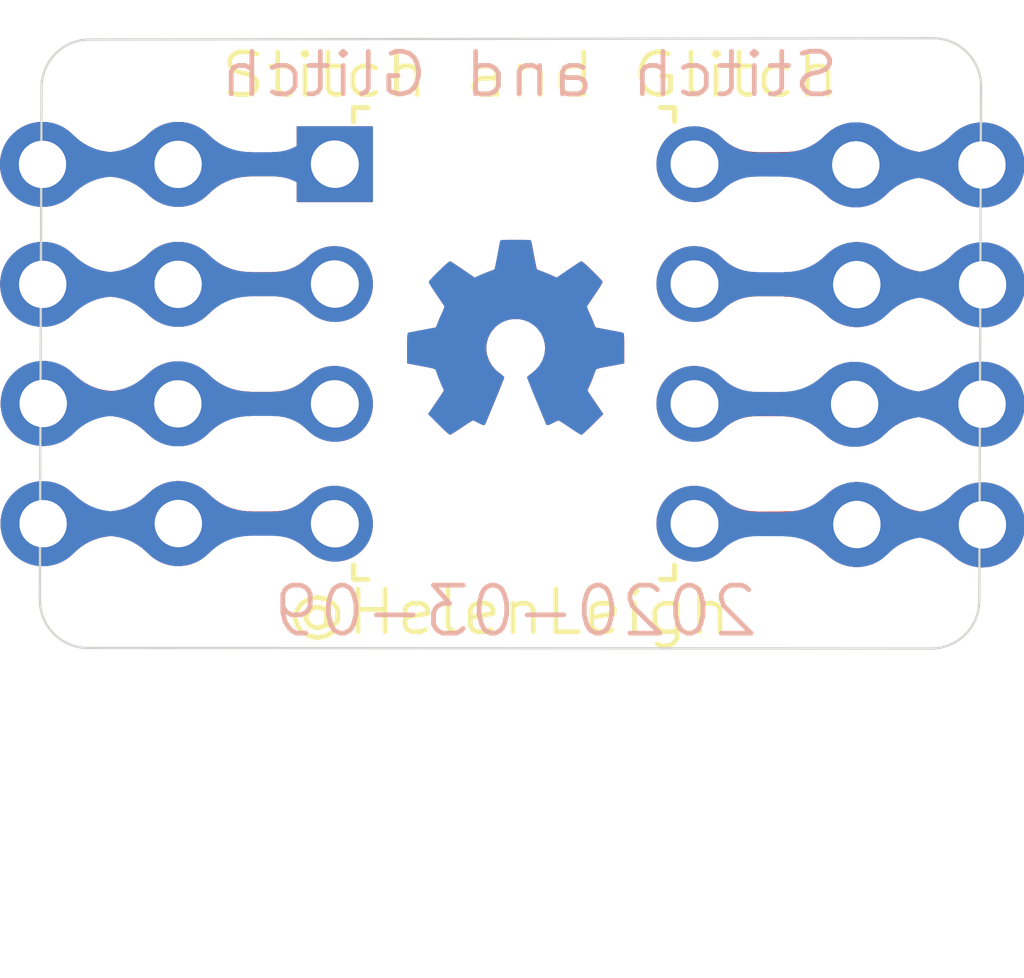
<source format=kicad_pcb>
(kicad_pcb (version 20200119) (host pcbnew "(5.99.0-1023-gd6706c257)")
  (layers (0 "F.Cu" signal) (31 "B.Cu" signal) (34 "B.Paste" user) (35 "F.Paste" user) (36 "B.SilkS" user) (37 "F.SilkS" user) (38 "B.Mask" user) (39 "F.Mask" user) (44 "Edge.Cuts" user))
  (net 0 "")
  (net 1 "Net-(J1-Pad1)")
  (net 2 "+3V3")
  (net 3 "Net-(J4-Pad1)")
  (net 4 "Net-(J15-Pad1)")
  (net 5 "GND")
  (net 6 "Net-(J11-Pad1)")
  (module "Symbol:OSHW-Logo2_7.3x6mm_Copper" (layer "F.Cu") (at 118.98122 67.88404)
    (fp_text reference "REF**" hide)
    (fp_text value "OSHW-Logo2_7.3x6mm_Copper" hide)
    (fp_poly (pts (xy 0.10391 -2.757652) (xy 0.182454 -2.757222) (xy 0.239298 -2.756058) (xy 0.278105 -2.753793) (xy 0.302538 -2.75006) (xy 0.316262 -2.744494) (xy 0.32294 -2.736727) (xy 0.326236 -2.726395) (xy 0.326556 -2.725057) (xy 0.331562 -2.700921) (xy 0.340829 -2.653299) (xy 0.353392 -2.587259) (xy 0.368287 -2.507872) (xy 0.384551 -2.420204) (xy 0.385119 -2.417125) (xy 0.40141 -2.331211) (xy 0.416652 -2.255304) (xy 0.429861 -2.193955) (xy 0.440054 -2.151718) (xy 0.446248 -2.133145) (xy 0.446543 -2.132816) (xy 0.464788 -2.123747) (xy 0.502405 -2.108633) (xy 0.551271 -2.090738) (xy 0.551543 -2.090642) (xy 0.613093 -2.067507) (xy 0.685657 -2.038035) (xy 0.754057 -2.008403) (xy 0.757294 -2.006938) (xy 0.868702 -1.956374) (xy 1.115399 -2.12484) (xy 1.191077 -2.176197) (xy 1.259631 -2.222111) (xy 1.317088 -2.25997) (xy 1.359476 -2.287163) (xy 1.382825 -2.301079) (xy 1.385042 -2.302111) (xy 1.40201 -2.297516) (xy 1.433701 -2.275345) (xy 1.481352 -2.234553) (xy 1.546198 -2.174095) (xy 1.612397 -2.109773) (xy 1.676214 -2.046388) (xy 1.733329 -1.988549) (xy 1.780305 -1.939825) (xy 1.813703 -1.90379) (xy 1.830085 -1.884016) (xy 1.830694 -1.882998) (xy 1.832505 -1.869428) (xy 1.825683 -1.847267) (xy 1.80854 -1.813522) (xy 1.779393 -1.7652) (xy 1.736555 -1.699308) (xy 1.679448 -1.614483) (xy 1.628766 -1.539823) (xy 1.583461 -1.47286) (xy 1.54615 -1.417484) (xy 1.519452 -1.37758) (xy 1.505985 -1.357038) (xy 1.505137 -1.355644) (xy 1.506781 -1.335962) (xy 1.519245 -1.297707) (xy 1.540048 -1.248111) (xy 1.547462 -1.232272) (xy 1.579814 -1.16171) (xy 1.614328 -1.081647) (xy 1.642365 -1.012371) (xy 1.662568 -0.960955) (xy 1.678615 -0.921881) (xy 1.687888 -0.901459) (xy 1.689041 -0.899886) (xy 1.706096 -0.897279) (xy 1.746298 -0.890137) (xy 1.804302 -0.879477) (xy 1.874763 -0.866315) (xy 1.952335 -0.851667) (xy 2.031672 -0.836551) (xy 2.107431 -0.821982) (xy 2.174264 -0.808978) (xy 2.226828 -0.798555) (xy 2.259776 -0.79173) (xy 2.267857 -0.789801) (xy 2.276205 -0.785038) (xy 2.282506 -0.774282) (xy 2.287045 -0.753902) (xy 2.290104 -0.720266) (xy 2.291967 -0.669745) (xy 2.292918 -0.598708) (xy 2.29324 -0.503524) (xy 2.293257 -0.464508) (xy 2.293257 -0.147201) (xy 2.217057 -0.132161) (xy 2.174663 -0.124005) (xy 2.1114 -0.112101) (xy 2.034962 -0.097884) (xy 1.953043 -0.08279) (xy 1.9304 -0.078645) (xy 1.854806 -0.063947) (xy 1.788953 -0.049495) (xy 1.738366 -0.036625) (xy 1.708574 -0.026678) (xy 1.703612 -0.023713) (xy 1.691426 -0.002717) (xy 1.673953 0.037967) (xy 1.654577 0.090322) (xy 1.650734 0.1016) (xy 1.625339 0.171523) (xy 1.593817 0.250418) (xy 1.562969 0.321266) (xy 1.562817 0.321595) (xy 1.511447 0.432733) (xy 1.680399 0.681253) (xy 1.849352 0.929772) (xy 1.632429 1.147058) (xy 1.566819 1.211726) (xy 1.506979 1.268733) (xy 1.456267 1.315033) (xy 1.418046 1.347584) (xy 1.395675 1.363343) (xy 1.392466 1.364343) (xy 1.373626 1.356469) (xy 1.33518 1.334578) (xy 1.28133 1.301267) (xy 1.216276 1.259131) (xy 1.14594 1.211943) (xy 1.074555 1.16381) (xy 1.010908 1.121928) (xy 0.959041 1.088871) (xy 0.922995 1.067218) (xy 0.906867 1.059543) (xy 0.887189 1.066037) (xy 0.849875 1.08315) (xy 0.802621 1.107326) (xy 0.797612 1.110013) (xy 0.733977 1.141927) (xy 0.690341 1.157579) (xy 0.663202 1.157745) (xy 0.649057 1.143204) (xy 0.648975 1.143) (xy 0.641905 1.125779) (xy 0.625042 1.084899) (xy 0.599695 1.023525) (xy 0.567171 0.944819) (xy 0.528778 0.851947) (xy 0.485822 0.748072) (xy 0.444222 0.647502) (xy 0.398504 0.536516) (xy 0.356526 0.433703) (xy 0.319548 0.342215) (xy 0.288827 0.265201) (xy 0.265622 0.205815) (xy 0.25119 0.167209) (xy 0.246743 0.1528) (xy 0.257896 0.136272) (xy 0.287069 0.10993) (xy 0.325971 0.080887) (xy 0.436757 -0.010961) (xy 0.523351 -0.116241) (xy 0.584716 -0.232734) (xy 0.619815 -0.358224) (xy 0.627608 -0.490493) (xy 0.621943 -0.551543) (xy 0.591078 -0.678205) (xy 0.53792 -0.790059) (xy 0.465767 -0.885999) (xy 0.377917 -0.964924) (xy 0.277665 -1.02573) (xy 0.16831 -1.067313) (xy 0.053147 -1.088572) (xy -0.064525 -1.088401) (xy -0.18141 -1.065699) (xy -0.294211 -1.019362) (xy -0.399631 -0.948287) (xy -0.443632 -0.908089) (xy -0.528021 -0.804871) (xy -0.586778 -0.692075) (xy -0.620296 -0.57299) (xy -0.628965 -0.450905) (xy -0.613177 -0.329107) (xy -0.573322 -0.210884) (xy -0.509793 -0.099525) (xy -0.422979 0.001684) (xy -0.325971 0.080887) (xy -0.285563 0.111162) (xy -0.257018 0.137219) (xy -0.246743 0.152825) (xy -0.252123 0.169843) (xy -0.267425 0.2105) (xy -0.291388 0.271642) (xy -0.322756 0.350119) (xy -0.360268 0.44278) (xy -0.402667 0.546472) (xy -0.444337 0.647526) (xy -0.49031 0.758607) (xy -0.532893 0.861541) (xy -0.570779 0.953165) (xy -0.60266 1.030316) (xy -0.627229 1.089831) (xy -0.64318 1.128544) (xy -0.64909 1.143) (xy -0.663052 1.157685) (xy -0.69006 1.157642) (xy -0.733587 1.142099) (xy -0.79711 1.110284) (xy -0.797612 1.110013) (xy -0.84544 1.085323) (xy -0.884103 1.067338) (xy -0.905905 1.059614) (xy -0.906867 1.059543) (xy -0.923279 1.067378) (xy -0.959513 1.089165) (xy -1.011526 1.122328) (xy -1.075275 1.164291) (xy -1.14594 1.211943) (xy -1.217884 1.260191) (xy -1.282726 1.302151) (xy -1.336265 1.335227) (xy -1.374303 1.356821) (xy -1.392467 1.364343) (xy -1.409192 1.354457) (xy -1.44282 1.326826) (xy -1.48999 1.284495) (xy -1.547342 1.230505) (xy -1.611516 1.167899) (xy -1.632503 1.146983) (xy -1.849501 0.929623) (xy -1.684332 0.68722) (xy -1.634136 0.612781) (xy -1.590081 0.545972) (xy -1.554638 0.490665) (xy -1.530281 0.450729) (xy -1.519478 0.430036) (xy -1.519162 0.428563) (xy -1.524857 0.409058) (xy -1.540174 0.369822) (xy -1.562463 0.31743) (xy -1.578107 0.282355) (xy -1.607359 0.215201) (xy -1.634906 0.147358) (xy -1.656263 0.090034) (xy -1.662065 0.072572) (xy -1.678548 0.025938) (xy -1.69466 -0.010095) (xy -1.70351 -0.023713) (xy -1.72304 -0.032048) (xy -1.765666 -0.043863) (xy -1.825855 -0.057819) (xy -1.898078 -0.072578) (xy -1.9304 -0.078645) (xy -2.012478 -0.093727) (xy -2.091205 -0.108331) (xy -2.158891 -0.12102) (xy -2.20784 -0.130358) (xy -2.217057 -0.132161) (xy -2.293257 -0.147201) (xy -2.293257 -0.464508) (xy -2.293086 -0.568846) (xy -2.292384 -0.647787) (xy -2.290866 -0.704962) (xy -2.288251 -0.744001) (xy -2.284254 -0.768535) (xy -2.278591 -0.782195) (xy -2.27098 -0.788611) (xy -2.267857 -0.789801) (xy -2.249022 -0.79402) (xy -2.207412 -0.802438) (xy -2.14837 -0.814039) (xy -2.077243 -0.827805) (xy -1.999375 -0.84272) (xy -1.920113 -0.857768) (xy -1.844802 -0.871931) (xy -1.778787 -0.884194) (xy -1.727413 -0.893539) (xy -1.696025 -0.89895) (xy -1.689041 -0.899886) (xy -1.682715 -0.912404) (xy -1.66871 -0.945754) (xy -1.649645 -0.993623) (xy -1.642366 -1.012371) (xy -1.613004 -1.084805) (xy -1.578429 -1.16483) (xy -1.547463 -1.232272) (xy -1.524677 -1.283841) (xy -1.509518 -1.326215) (xy -1.504458 -1.352166) (xy -1.505264 -1.355644) (xy -1.515959 -1.372064) (xy -1.54038 -1.408583) (xy -1.575905 -1.461313) (xy -1.619913 -1.526365) (xy -1.669783 -1.599849) (xy -1.679644 -1.614355) (xy -1.737508 -1.700296) (xy -1.780044 -1.765739) (xy -1.808946 -1.813696) (xy -1.82591 -1.84718) (xy -1.832633 -1.869205) (xy -1.83081 -1.882783) (xy -1.830764 -1.882869) (xy -1.816414 -1.900703) (xy -1.784677 -1.935183) (xy -1.73899 -1.982732) (xy -1.682796 -2.039778) (xy -1.619532 -2.102745) (xy -1.612398 -2.109773) (xy -1.53267 -2.18698) (xy -1.471143 -2.24367) (xy -1.426579 -2.28089) (xy -1.397743 -2.299685) (xy -1.385042 -2.302111) (xy -1.366506 -2.291529) (xy -1.328039 -2.267084) (xy -1.273614 -2.231388) (xy -1.207202 -2.187053) (xy -1.132775 -2.136689) (xy -1.115399 -2.12484) (xy -0.868703 -1.956374) (xy -0.757294 -2.006938) (xy -0.689543 -2.036405) (xy -0.616817 -2.066041) (xy -0.554297 -2.08967) (xy -0.551543 -2.090642) (xy -0.50264 -2.108543) (xy -0.464943 -2.12368) (xy -0.446575 -2.13279) (xy -0.446544 -2.132816) (xy -0.440715 -2.149283) (xy -0.430808 -2.189781) (xy -0.417805 -2.249758) (xy -0.402691 -2.32466) (xy -0.386448 -2.409936) (xy -0.385119 -2.417125) (xy -0.368825 -2.504986) (xy -0.353867 -2.58474) (xy -0.341209 -2.651319) (xy -0.331814 -2.699653) (xy -0.326646 -2.724675) (xy -0.326556 -2.725057) (xy -0.323411 -2.735701) (xy -0.317296 -2.743738) (xy -0.304547 -2.749533) (xy -0.2815 -2.753453) (xy -0.244491 -2.755865) (xy -0.189856 -2.757135) (xy -0.113933 -2.757629) (xy -0.013056 -2.757714) (xy 0 -2.757714) (xy 0.10391 -2.757652)) (layer "F.Cu") (width 0.01))
  )
  (module "Symbol:OSHW-Logo2_7.3x6mm_Copper" (layer "B.Cu") (at 118.97868 67.88404 180)
    (fp_text reference "REF**" hide)
    (fp_text value "OSHW-Logo2_7.3x6mm_Copper" hide)
    (fp_poly (pts (xy 0.10391 2.757652) (xy 0.182454 2.757222) (xy 0.239298 2.756058) (xy 0.278105 2.753793) (xy 0.302538 2.75006) (xy 0.316262 2.744494) (xy 0.32294 2.736727) (xy 0.326236 2.726395) (xy 0.326556 2.725057) (xy 0.331562 2.700921) (xy 0.340829 2.653299) (xy 0.353392 2.587259) (xy 0.368287 2.507872) (xy 0.384551 2.420204) (xy 0.385119 2.417125) (xy 0.40141 2.331211) (xy 0.416652 2.255304) (xy 0.429861 2.193955) (xy 0.440054 2.151718) (xy 0.446248 2.133145) (xy 0.446543 2.132816) (xy 0.464788 2.123747) (xy 0.502405 2.108633) (xy 0.551271 2.090738) (xy 0.551543 2.090642) (xy 0.613093 2.067507) (xy 0.685657 2.038035) (xy 0.754057 2.008403) (xy 0.757294 2.006938) (xy 0.868702 1.956374) (xy 1.115399 2.12484) (xy 1.191077 2.176197) (xy 1.259631 2.222111) (xy 1.317088 2.25997) (xy 1.359476 2.287163) (xy 1.382825 2.301079) (xy 1.385042 2.302111) (xy 1.40201 2.297516) (xy 1.433701 2.275345) (xy 1.481352 2.234553) (xy 1.546198 2.174095) (xy 1.612397 2.109773) (xy 1.676214 2.046388) (xy 1.733329 1.988549) (xy 1.780305 1.939825) (xy 1.813703 1.90379) (xy 1.830085 1.884016) (xy 1.830694 1.882998) (xy 1.832505 1.869428) (xy 1.825683 1.847267) (xy 1.80854 1.813522) (xy 1.779393 1.7652) (xy 1.736555 1.699308) (xy 1.679448 1.614483) (xy 1.628766 1.539823) (xy 1.583461 1.47286) (xy 1.54615 1.417484) (xy 1.519452 1.37758) (xy 1.505985 1.357038) (xy 1.505137 1.355644) (xy 1.506781 1.335962) (xy 1.519245 1.297707) (xy 1.540048 1.248111) (xy 1.547462 1.232272) (xy 1.579814 1.16171) (xy 1.614328 1.081647) (xy 1.642365 1.012371) (xy 1.662568 0.960955) (xy 1.678615 0.921881) (xy 1.687888 0.901459) (xy 1.689041 0.899886) (xy 1.706096 0.897279) (xy 1.746298 0.890137) (xy 1.804302 0.879477) (xy 1.874763 0.866315) (xy 1.952335 0.851667) (xy 2.031672 0.836551) (xy 2.107431 0.821982) (xy 2.174264 0.808978) (xy 2.226828 0.798555) (xy 2.259776 0.79173) (xy 2.267857 0.789801) (xy 2.276205 0.785038) (xy 2.282506 0.774282) (xy 2.287045 0.753902) (xy 2.290104 0.720266) (xy 2.291967 0.669745) (xy 2.292918 0.598708) (xy 2.29324 0.503524) (xy 2.293257 0.464508) (xy 2.293257 0.147201) (xy 2.217057 0.132161) (xy 2.174663 0.124005) (xy 2.1114 0.112101) (xy 2.034962 0.097884) (xy 1.953043 0.08279) (xy 1.9304 0.078645) (xy 1.854806 0.063947) (xy 1.788953 0.049495) (xy 1.738366 0.036625) (xy 1.708574 0.026678) (xy 1.703612 0.023713) (xy 1.691426 0.002717) (xy 1.673953 -0.037967) (xy 1.654577 -0.090322) (xy 1.650734 -0.1016) (xy 1.625339 -0.171523) (xy 1.593817 -0.250418) (xy 1.562969 -0.321266) (xy 1.562817 -0.321595) (xy 1.511447 -0.432733) (xy 1.680399 -0.681253) (xy 1.849352 -0.929772) (xy 1.632429 -1.147058) (xy 1.566819 -1.211726) (xy 1.506979 -1.268733) (xy 1.456267 -1.315033) (xy 1.418046 -1.347584) (xy 1.395675 -1.363343) (xy 1.392466 -1.364343) (xy 1.373626 -1.356469) (xy 1.33518 -1.334578) (xy 1.28133 -1.301267) (xy 1.216276 -1.259131) (xy 1.14594 -1.211943) (xy 1.074555 -1.16381) (xy 1.010908 -1.121928) (xy 0.959041 -1.088871) (xy 0.922995 -1.067218) (xy 0.906867 -1.059543) (xy 0.887189 -1.066037) (xy 0.849875 -1.08315) (xy 0.802621 -1.107326) (xy 0.797612 -1.110013) (xy 0.733977 -1.141927) (xy 0.690341 -1.157579) (xy 0.663202 -1.157745) (xy 0.649057 -1.143204) (xy 0.648975 -1.143) (xy 0.641905 -1.125779) (xy 0.625042 -1.084899) (xy 0.599695 -1.023525) (xy 0.567171 -0.944819) (xy 0.528778 -0.851947) (xy 0.485822 -0.748072) (xy 0.444222 -0.647502) (xy 0.398504 -0.536516) (xy 0.356526 -0.433703) (xy 0.319548 -0.342215) (xy 0.288827 -0.265201) (xy 0.265622 -0.205815) (xy 0.25119 -0.167209) (xy 0.246743 -0.1528) (xy 0.257896 -0.136272) (xy 0.287069 -0.10993) (xy 0.325971 -0.080887) (xy 0.436757 0.010961) (xy 0.523351 0.116241) (xy 0.584716 0.232734) (xy 0.619815 0.358224) (xy 0.627608 0.490493) (xy 0.621943 0.551543) (xy 0.591078 0.678205) (xy 0.53792 0.790059) (xy 0.465767 0.885999) (xy 0.377917 0.964924) (xy 0.277665 1.02573) (xy 0.16831 1.067313) (xy 0.053147 1.088572) (xy -0.064525 1.088401) (xy -0.18141 1.065699) (xy -0.294211 1.019362) (xy -0.399631 0.948287) (xy -0.443632 0.908089) (xy -0.528021 0.804871) (xy -0.586778 0.692075) (xy -0.620296 0.57299) (xy -0.628965 0.450905) (xy -0.613177 0.329107) (xy -0.573322 0.210884) (xy -0.509793 0.099525) (xy -0.422979 -0.001684) (xy -0.325971 -0.080887) (xy -0.285563 -0.111162) (xy -0.257018 -0.137219) (xy -0.246743 -0.152825) (xy -0.252123 -0.169843) (xy -0.267425 -0.2105) (xy -0.291388 -0.271642) (xy -0.322756 -0.350119) (xy -0.360268 -0.44278) (xy -0.402667 -0.546472) (xy -0.444337 -0.647526) (xy -0.49031 -0.758607) (xy -0.532893 -0.861541) (xy -0.570779 -0.953165) (xy -0.60266 -1.030316) (xy -0.627229 -1.089831) (xy -0.64318 -1.128544) (xy -0.64909 -1.143) (xy -0.663052 -1.157685) (xy -0.69006 -1.157642) (xy -0.733587 -1.142099) (xy -0.79711 -1.110284) (xy -0.797612 -1.110013) (xy -0.84544 -1.085323) (xy -0.884103 -1.067338) (xy -0.905905 -1.059614) (xy -0.906867 -1.059543) (xy -0.923279 -1.067378) (xy -0.959513 -1.089165) (xy -1.011526 -1.122328) (xy -1.075275 -1.164291) (xy -1.14594 -1.211943) (xy -1.217884 -1.260191) (xy -1.282726 -1.302151) (xy -1.336265 -1.335227) (xy -1.374303 -1.356821) (xy -1.392467 -1.364343) (xy -1.409192 -1.354457) (xy -1.44282 -1.326826) (xy -1.48999 -1.284495) (xy -1.547342 -1.230505) (xy -1.611516 -1.167899) (xy -1.632503 -1.146983) (xy -1.849501 -0.929623) (xy -1.684332 -0.68722) (xy -1.634136 -0.612781) (xy -1.590081 -0.545972) (xy -1.554638 -0.490665) (xy -1.530281 -0.450729) (xy -1.519478 -0.430036) (xy -1.519162 -0.428563) (xy -1.524857 -0.409058) (xy -1.540174 -0.369822) (xy -1.562463 -0.31743) (xy -1.578107 -0.282355) (xy -1.607359 -0.215201) (xy -1.634906 -0.147358) (xy -1.656263 -0.090034) (xy -1.662065 -0.072572) (xy -1.678548 -0.025938) (xy -1.69466 0.010095) (xy -1.70351 0.023713) (xy -1.72304 0.032048) (xy -1.765666 0.043863) (xy -1.825855 0.057819) (xy -1.898078 0.072578) (xy -1.9304 0.078645) (xy -2.012478 0.093727) (xy -2.091205 0.108331) (xy -2.158891 0.12102) (xy -2.20784 0.130358) (xy -2.217057 0.132161) (xy -2.293257 0.147201) (xy -2.293257 0.464508) (xy -2.293086 0.568846) (xy -2.292384 0.647787) (xy -2.290866 0.704962) (xy -2.288251 0.744001) (xy -2.284254 0.768535) (xy -2.278591 0.782195) (xy -2.27098 0.788611) (xy -2.267857 0.789801) (xy -2.249022 0.79402) (xy -2.207412 0.802438) (xy -2.14837 0.814039) (xy -2.077243 0.827805) (xy -1.999375 0.84272) (xy -1.920113 0.857768) (xy -1.844802 0.871931) (xy -1.778787 0.884194) (xy -1.727413 0.893539) (xy -1.696025 0.89895) (xy -1.689041 0.899886) (xy -1.682715 0.912404) (xy -1.66871 0.945754) (xy -1.649645 0.993623) (xy -1.642366 1.012371) (xy -1.613004 1.084805) (xy -1.578429 1.16483) (xy -1.547463 1.232272) (xy -1.524677 1.283841) (xy -1.509518 1.326215) (xy -1.504458 1.352166) (xy -1.505264 1.355644) (xy -1.515959 1.372064) (xy -1.54038 1.408583) (xy -1.575905 1.461313) (xy -1.619913 1.526365) (xy -1.669783 1.599849) (xy -1.679644 1.614355) (xy -1.737508 1.700296) (xy -1.780044 1.765739) (xy -1.808946 1.813696) (xy -1.82591 1.84718) (xy -1.832633 1.869205) (xy -1.83081 1.882783) (xy -1.830764 1.882869) (xy -1.816414 1.900703) (xy -1.784677 1.935183) (xy -1.73899 1.982732) (xy -1.682796 2.039778) (xy -1.619532 2.102745) (xy -1.612398 2.109773) (xy -1.53267 2.18698) (xy -1.471143 2.24367) (xy -1.426579 2.28089) (xy -1.397743 2.299685) (xy -1.385042 2.302111) (xy -1.366506 2.291529) (xy -1.328039 2.267084) (xy -1.273614 2.231388) (xy -1.207202 2.187053) (xy -1.132775 2.136689) (xy -1.115399 2.12484) (xy -0.868703 1.956374) (xy -0.757294 2.006938) (xy -0.689543 2.036405) (xy -0.616817 2.066041) (xy -0.554297 2.08967) (xy -0.551543 2.090642) (xy -0.50264 2.108543) (xy -0.464943 2.12368) (xy -0.446575 2.13279) (xy -0.446544 2.132816) (xy -0.440715 2.149283) (xy -0.430808 2.189781) (xy -0.417805 2.249758) (xy -0.402691 2.32466) (xy -0.386448 2.409936) (xy -0.385119 2.417125) (xy -0.368825 2.504986) (xy -0.353867 2.58474) (xy -0.341209 2.651319) (xy -0.331814 2.699653) (xy -0.326646 2.724675) (xy -0.326556 2.725057) (xy -0.323411 2.735701) (xy -0.317296 2.743738) (xy -0.304547 2.749533) (xy -0.2815 2.753453) (xy -0.244491 2.755865) (xy -0.189856 2.757135) (xy -0.113933 2.757629) (xy -0.013056 2.757714) (xy 0 2.757714) (xy 0.10391 2.757652)) (layer "B.Cu") (width 0.01))
  )
  (module "touch:hole30AWG" (layer "F.Cu") (at 108.95584 63.52286)
    (fp_text reference "J15" hide)
    (fp_text value "Conn_01x01_Female" hide)
    (pad "1" thru_hole circle (at 0 0) (size 1.8 1.8) (drill 1) (layers "F.Cu" "F.Mask") (net 4 "Net-(J15-Pad1)"))
    (pad "1" thru_hole circle (at 0 0) (size 1.8 1.8) (drill 1) (layers "B.Cu" "B.Mask") (net 4 "Net-(J15-Pad1)"))
  )
  (module "digikey-footprints:DIP-8_W7.62mm" (layer "F.Cu") (at 115.14074 63.51524)
    (fp_text reference "U1" hide)
    (fp_text value "LM386" hide)
    (pad "8" thru_hole circle (at 7.62 0) (size 1.6 1.6) (drill 1) (layers *.Cu *.Mask) (net 6 "Net-(J11-Pad1)"))
    (pad "7" thru_hole circle (at 7.62 2.54) (size 1.6 1.6) (drill 1) (layers *.Cu *.Mask) (net 1 "Net-(J1-Pad1)"))
    (pad "6" thru_hole circle (at 7.62 5.08) (size 1.6 1.6) (drill 1) (layers *.Cu *.Mask) (net 2 "+3V3"))
    (pad "5" thru_hole circle (at 7.62 7.62) (size 1.6 1.6) (drill 1) (layers *.Cu *.Mask) (net 3 "Net-(J4-Pad1)"))
    (pad "4" thru_hole circle (at 0 7.62) (size 1.6 1.6) (drill 1) (layers *.Cu *.Mask) (net 5 "GND"))
    (pad "3" thru_hole circle (at 0 5.08) (size 1.6 1.6) (drill 1) (layers *.Cu *.Mask) (net 2 "+3V3"))
    (pad "2" thru_hole circle (at 0 2.54) (size 1.6 1.6) (drill 1) (layers *.Cu *.Mask) (net 5 "GND"))
    (pad "1" thru_hole rect (at 0 0) (size 1.6 1.6) (drill 1) (layers *.Cu *.Mask) (net 4 "Net-(J15-Pad1)"))
  )
  (module "touch:hole30AWG" (layer "F.Cu") (at 111.82858 63.52286)
    (fp_text reference "J8" hide)
    (fp_text value "Conn_01x01_Female" hide)
    (pad "1" thru_hole circle (at 0 0) (size 1.8 1.8) (drill 1) (layers "F.Cu" "F.Mask") (net 4 "Net-(J15-Pad1)"))
    (pad "1" thru_hole circle (at 0 0) (size 1.8 1.8) (drill 1) (layers "B.Cu" "B.Mask") (net 4 "Net-(J15-Pad1)"))
  )
  (module "touch:hole30AWG" (layer "F.Cu") (at 111.83366 71.13524)
    (fp_text reference "J16" hide)
    (fp_text value "Conn_01x01_Female" hide)
    (pad "1" thru_hole circle (at 0 0) (size 1.8 1.8) (drill 1) (layers "F.Cu" "F.Mask") (net 5 "GND"))
    (pad "1" thru_hole circle (at 0 0) (size 1.8 1.8) (drill 1) (layers "B.Cu" "B.Mask") (net 5 "GND"))
  )
  (module "touch:hole30AWG" (layer "F.Cu") (at 128.85674 63.53556)
    (fp_text reference "J14" hide)
    (fp_text value "Conn_01x01_Female" hide)
    (pad "1" thru_hole circle (at 0 0) (size 1.8 1.8) (drill 1) (layers "F.Cu" "F.Mask") (net 6 "Net-(J11-Pad1)"))
    (pad "1" thru_hole circle (at 0 0) (size 1.8 1.8) (drill 1) (layers "B.Cu" "B.Mask") (net 6 "Net-(J11-Pad1)"))
  )
  (module "touch:hole30AWG" (layer "F.Cu") (at 108.96092 66.0654)
    (fp_text reference "J13" hide)
    (fp_text value "Conn_01x01_Female" hide)
    (pad "1" thru_hole circle (at 0 0) (size 1.8 1.8) (drill 1) (layers "F.Cu" "F.Mask") (net 5 "GND"))
    (pad "1" thru_hole circle (at 0 0) (size 1.8 1.8) (drill 1) (layers "B.Cu" "B.Mask") (net 5 "GND"))
  )
  (module "touch:hole30AWG" (layer "F.Cu") (at 108.96854 71.13778)
    (fp_text reference "J12" hide)
    (fp_text value "Conn_01x01_Female" hide)
    (pad "1" thru_hole circle (at 0 0) (size 1.8 1.8) (drill 1) (layers "F.Cu" "F.Mask") (net 5 "GND"))
    (pad "1" thru_hole circle (at 0 0) (size 1.8 1.8) (drill 1) (layers "B.Cu" "B.Mask") (net 5 "GND"))
  )
  (module "touch:hole30AWG" (layer "F.Cu") (at 126.18466 63.53302)
    (fp_text reference "J11" hide)
    (fp_text value "Conn_01x01_Female" hide)
    (pad "1" thru_hole circle (at 0 0) (size 1.8 1.8) (drill 1) (layers "F.Cu" "F.Mask") (net 6 "Net-(J11-Pad1)"))
    (pad "1" thru_hole circle (at 0 0) (size 1.8 1.8) (drill 1) (layers "B.Cu" "B.Mask") (net 6 "Net-(J11-Pad1)"))
  )
  (module "touch:hole30AWG" (layer "F.Cu") (at 111.82858 66.0654)
    (fp_text reference "J10" hide)
    (fp_text value "Conn_01x01_Female" hide)
    (pad "1" thru_hole circle (at 0 0) (size 1.8 1.8) (drill 1) (layers "F.Cu" "F.Mask") (net 5 "GND"))
    (pad "1" thru_hole circle (at 0 0) (size 1.8 1.8) (drill 1) (layers "B.Cu" "B.Mask") (net 5 "GND"))
  )
  (module "touch:hole30AWG" (layer "F.Cu") (at 126.20752 71.15556)
    (fp_text reference "J9" hide)
    (fp_text value "Conn_01x01_Female" hide)
    (pad "1" thru_hole circle (at 0 0) (size 1.8 1.8) (drill 1) (layers "F.Cu" "F.Mask") (net 3 "Net-(J4-Pad1)"))
    (pad "1" thru_hole circle (at 0 0) (size 1.8 1.8) (drill 1) (layers "B.Cu" "B.Mask") (net 3 "Net-(J4-Pad1)"))
  )
  (module "touch:hole30AWG" (layer "F.Cu") (at 126.15926 68.60794)
    (fp_text reference "J7" hide)
    (fp_text value "Conn_01x01_Female" hide)
    (pad "1" thru_hole circle (at 0 0) (size 1.8 1.8) (drill 1) (layers "F.Cu" "F.Mask") (net 2 "+3V3"))
    (pad "1" thru_hole circle (at 0 0) (size 1.8 1.8) (drill 1) (layers "B.Cu" "B.Mask") (net 2 "+3V3"))
  )
  (module "touch:hole30AWG" (layer "F.Cu") (at 111.8235 68.59778)
    (fp_text reference "J6" hide)
    (fp_text value "Conn_01x01_Female" hide)
    (pad "1" thru_hole circle (at 0 0) (size 1.8 1.8) (drill 1) (layers "F.Cu" "F.Mask") (net 2 "+3V3"))
    (pad "1" thru_hole circle (at 0 0) (size 1.8 1.8) (drill 1) (layers "B.Cu" "B.Mask") (net 2 "+3V3"))
  )
  (module "touch:hole30AWG" (layer "F.Cu") (at 108.97108 68.59016)
    (fp_text reference "J5" hide)
    (fp_text value "Conn_01x01_Female" hide)
    (pad "1" thru_hole circle (at 0 0) (size 1.8 1.8) (drill 1) (layers "F.Cu" "F.Mask") (net 2 "+3V3"))
    (pad "1" thru_hole circle (at 0 0) (size 1.8 1.8) (drill 1) (layers "B.Cu" "B.Mask") (net 2 "+3V3"))
  )
  (module "touch:hole30AWG" (layer "F.Cu") (at 128.8669 71.16318)
    (fp_text reference "J4" hide)
    (fp_text value "Conn_01x01_Female" hide)
    (pad "1" thru_hole circle (at 0 0) (size 1.8 1.8) (drill 1) (layers "F.Cu" "F.Mask") (net 3 "Net-(J4-Pad1)"))
    (pad "1" thru_hole circle (at 0 0) (size 1.8 1.8) (drill 1) (layers "B.Cu" "B.Mask") (net 3 "Net-(J4-Pad1)"))
  )
  (module "touch:hole30AWG" (layer "F.Cu") (at 128.86944 66.07556)
    (fp_text reference "J3" hide)
    (fp_text value "Conn_01x01_Female" hide)
    (pad "1" thru_hole circle (at 0 0) (size 1.8 1.8) (drill 1) (layers "F.Cu" "F.Mask") (net 1 "Net-(J1-Pad1)"))
    (pad "1" thru_hole circle (at 0 0) (size 1.8 1.8) (drill 1) (layers "B.Cu" "B.Mask") (net 1 "Net-(J1-Pad1)"))
  )
  (module "touch:hole30AWG" (layer "F.Cu") (at 128.85928 68.6054)
    (fp_text reference "J2" hide)
    (fp_text value "Conn_01x01_Female" hide)
    (pad "1" thru_hole circle (at 0 0) (size 1.8 1.8) (drill 1) (layers "F.Cu" "F.Mask") (net 2 "+3V3"))
    (pad "1" thru_hole circle (at 0 0) (size 1.8 1.8) (drill 1) (layers "B.Cu" "B.Mask") (net 2 "+3V3"))
  )
  (module "touch:hole30AWG" (layer "F.Cu") (at 126.20498 66.07048)
    (fp_text reference "J1" hide)
    (fp_text value "Conn_01x01_Female" hide)
    (pad "1" thru_hole circle (at 0 0) (size 1.8 1.8) (drill 1) (layers "F.Cu" "F.Mask") (net 1 "Net-(J1-Pad1)"))
    (pad "1" thru_hole circle (at 0 0) (size 1.8 1.8) (drill 1) (layers "B.Cu" "B.Mask") (net 1 "Net-(J1-Pad1)"))
  )
  (module "digikey-footprints:DIP-8_W7.62mm" (layer "F.Cu") (at 115.156161 63.521741)
    (fp_text reference "U1" hide)
    (fp_text value "LM386" hide)
    (pad "8" thru_hole circle (at 7.62 0) (size 1.6 1.6) (drill 1) (layers *.Cu *.Mask) (net 6 "Net-(J11-Pad1)"))
    (pad "7" thru_hole circle (at 7.62 2.54) (size 1.6 1.6) (drill 1) (layers *.Cu *.Mask) (net 1 "Net-(J1-Pad1)"))
    (pad "6" thru_hole circle (at 7.62 5.08) (size 1.6 1.6) (drill 1) (layers *.Cu *.Mask) (net 2 "+3V3"))
    (pad "5" thru_hole circle (at 7.62 7.62) (size 1.6 1.6) (drill 1) (layers *.Cu *.Mask) (net 3 "Net-(J4-Pad1)"))
    (pad "4" thru_hole circle (at 0 7.62) (size 1.6 1.6) (drill 1) (layers *.Cu *.Mask) (net 5 "GND"))
    (pad "3" thru_hole circle (at 0 5.08) (size 1.6 1.6) (drill 1) (layers *.Cu *.Mask) (net 2 "+3V3"))
    (pad "2" thru_hole circle (at 0 2.54) (size 1.6 1.6) (drill 1) (layers *.Cu *.Mask) (net 5 "GND"))
    (pad "1" thru_hole rect (at 0 0) (size 1.6 1.6) (drill 1) (layers *.Cu *.Mask) (net 4 "Net-(J15-Pad1)"))
  )
  (gr_text "Stitch and Glitch" (at 119.26824 61.61532) (layer "B.SilkS") (effects (font (size 0.9 1.016) (thickness 0.1016)) (justify mirror)))
  (gr_text "@HelenLeigh" (at 118.82882 73.01484) (layer "F.SilkS") (effects (font (size 0.9 1) (thickness 0.1016))))
  (gr_text "2020-03-09" (at 118.98122 72.99198) (layer "B.SilkS") (effects (font (size 1.016 1.016) (thickness 0.1016)) (justify mirror)))
  (gr_text "Stitch and Glitch" (at 119.28348 61.62802) (layer "F.SilkS") (effects (font (size 0.9 1.016) (thickness 0.1016))))
  (gr_line (start 109.9185 73.77176) (end 127.78232 73.78446) (layer "Edge.Cuts") (width 0.05))
  (gr_line (start 127.81788 60.84824) (end 109.95406 60.87618) (layer "Edge.Cuts") (width 0.05))
  (gr_line (start 128.80086 72.76592) (end 128.83642 61.86678) (layer "Edge.Cuts") (width 0.05))
  (gr_line (start 108.93552 61.89472) (end 108.89996 72.75576) (layer "Edge.Cuts") (width 0.05))
  (gr_arc (start 109.9185 72.75322) (end 108.89996 72.75322) (angle -90) (layer "Edge.Cuts") (width 0.05))
  (gr_arc (start 127.78232 72.76592) (end 127.78232 73.78446) (angle -90) (layer "Edge.Cuts") (width 0.05))
  (gr_arc (start 127.81788 61.86678) (end 128.83642 61.86678) (angle -90) (layer "Edge.Cuts") (width 0.05))
  (gr_arc (start 109.95406 61.89472) (end 109.95406 60.87618) (angle -90) (layer "Edge.Cuts") (width 0.05))
  (segment (start 111.83366 71.13524) (end 115.156161 71.128739) (width 0.508) (layer "F.Cu") (net 5))
  (segment (start 122.776161 71.141741) (end 126.20752 71.127922) (width 0.508) (layer "F.Cu") (net 3))
  (segment (start 122.776161 63.521741) (end 126.18466 63.510462) (width 0.508) (layer "F.Cu") (net 6))
  (segment (start 122.776161 68.601741) (end 126.15926 68.60794) (width 0.508) (layer "F.Cu") (net 2))
  (segment (start 122.776161 66.061741) (end 126.20498 66.07048) (width 0.508) (layer "F.Cu") (net 1))
  (segment (start 111.8235 68.59778) (end 115.14074 68.59524) (width 0.508) (layer "F.Cu") (net 2))
  (segment (start 111.82858 66.0654) (end 115.14074 66.05524) (width 0.508) (layer "F.Cu") (net 5))
  (segment (start 111.82858 63.52286) (end 115.156161 63.521741) (width 0.508) (layer "F.Cu") (net 4))
  (segment (start 108.95584 63.52286) (end 111.82858 63.52286) (width 0.508) (layer "B.Cu") (net 4))
  (segment (start 111.82858 66.0654) (end 115.156161 66.061741) (width 0.508) (layer "B.Cu") (net 5))
  (segment (start 126.18466 63.53302) (end 128.85674 63.53556) (width 0.508) (layer "B.Cu") (net 6))
  (segment (start 126.20498 66.07048) (end 128.86944 66.07556) (width 0.508) (layer "B.Cu") (net 1))
  (segment (start 126.15926 68.60794) (end 128.85928 68.6054) (width 0.508) (layer "B.Cu") (net 2))
  (segment (start 126.20752 71.15556) (end 128.8669 71.16318) (width 0.508) (layer "B.Cu") (net 3))
  (segment (start 108.96854 71.13778) (end 111.83366 71.13524) (width 0.508) (layer "B.Cu") (net 5))
  (segment (start 111.8235 68.59778) (end 115.156161 68.601741) (width 0.508) (layer "B.Cu") (net 2))
  (segment (start 108.97108 68.59016) (end 111.8235 68.59778) (width 0.508) (layer "B.Cu") (net 2))
  (segment (start 108.96092 66.0654) (end 111.82858 66.0654) (width 0.508) (layer "B.Cu") (net 5))
  (segment (start 111.82858 63.52286) (end 115.14074 63.51524) (width 0.508) (layer "B.Cu") (net 4))
  (segment (start 111.83366 71.13524) (end 115.156161 71.141741) (width 0.508) (layer "B.Cu") (net 5))
  (segment (start 122.776161 63.521741) (end 126.18466 63.53302) (width 0.508) (layer "B.Cu") (net 6))
  (segment (start 122.76074 66.05524) (end 126.20498 66.07048) (width 0.508) (layer "B.Cu") (net 1))
  (segment (start 122.76074 68.59524) (end 126.15926 68.60794) (width 0.508) (layer "B.Cu") (net 2))
  (segment (start 122.776161 71.141741) (end 126.20752 71.15556) (width 0.508) (layer "B.Cu") (net 3))
  (segment (start 108.95584 63.52286) (end 111.82858 63.52286) (width 0.508) (layer "F.Cu") (net 4))
  (segment (start 108.96092 66.0654) (end 111.82858 66.0654) (width 0.508) (layer "F.Cu") (net 5))
  (segment (start 108.97108 68.59016) (end 111.8235 68.58254) (width 0.508) (layer "F.Cu") (net 2))
  (segment (start 108.96854 71.13778) (end 111.83366 71.14032) (width 0.508) (layer "F.Cu") (net 5))
  (segment (start 126.18466 63.53302) (end 128.85674 63.53048) (width 0.508) (layer "F.Cu") (net 6))
  (segment (start 126.20498 66.07048) (end 128.86944 66.0654) (width 0.508) (layer "F.Cu") (net 1))
  (segment (start 126.15926 68.60794) (end 128.85928 68.61048) (width 0.508) (layer "F.Cu") (net 2))
  (segment (start 126.20752 71.15556) (end 128.8669 71.14794) (width 0.508) (layer "F.Cu") (net 3))
  (zone (net 5) (net_name "GND") (layer "F.Cu") (priority 16962) (connect_pads yes (clearance 0.254)) (min_thickness 0.0254) (fill yes (thermal_gap 0.508) (thermal_bridge_width 0.508))
    (polygon (pts (xy 113.838508 71.385317) (xy 113.923494 71.38944) (xy 114.005861 71.399559) (xy 114.085609 71.415673) (xy 114.162739 71.437784) (xy 114.23725 71.46589) (xy 114.309142 71.499992) (xy 114.378415 71.540089) (xy 114.44507 71.586182) (xy 114.509106 71.638271) (xy 114.570523 71.696356) (xy 115.540739 71.134458) (xy 114.568332 70.576359) (xy 114.507142 70.634554) (xy 114.44331 70.686505) (xy 114.376835 70.732211) (xy 114.307717 70.771674) (xy 114.235957 70.804892) (xy 114.161553 70.831866) (xy 114.084507 70.852595) (xy 114.004819 70.867081) (xy 113.922488 70.875322) (xy 113.837514 70.877319)))
  )
  (zone (net 5) (net_name "GND") (layer "F.Cu") (priority 16962) (connect_pads yes (clearance 0.254)) (min_thickness 0.0254) (fill yes (thermal_gap 0.508) (thermal_bridge_width 0.508))
    (polygon (pts (xy 113.392733 70.878189) (xy 113.284865 70.87464) (xy 113.180577 70.863564) (xy 113.079869 70.844961) (xy 112.982741 70.818831) (xy 112.889193 70.785174) (xy 112.799225 70.74399) (xy 112.712837 70.695279) (xy 112.630029 70.639041) (xy 112.550801 70.575276) (xy 112.475154 70.503984) (xy 111.383661 71.13612) (xy 112.47762 71.763981) (xy 112.552988 71.692393) (xy 112.631965 71.628318) (xy 112.714552 71.571756) (xy 112.800749 71.522707) (xy 112.890555 71.481172) (xy 112.98397 71.447149) (xy 113.080995 71.420639) (xy 113.181629 71.401642) (xy 113.285873 71.390158) (xy 113.393727 71.386187)))
  )
  (zone (net 5) (net_name "GND") (layer "F.Cu") (priority 16962) (connect_pads yes (clearance 0.254)) (min_thickness 0.0254) (fill yes (thermal_gap 0.508) (thermal_bridge_width 0.508))
    (polygon (pts (xy 113.392733 70.878189) (xy 113.284865 70.87464) (xy 113.180577 70.863564) (xy 113.079869 70.844961) (xy 112.982741 70.818831) (xy 112.889193 70.785174) (xy 112.799225 70.74399) (xy 112.712837 70.695279) (xy 112.630029 70.639041) (xy 112.550801 70.575276) (xy 112.475154 70.503984) (xy 111.383661 71.13612) (xy 112.47762 71.763981) (xy 112.552988 71.692393) (xy 112.631965 71.628318) (xy 112.714552 71.571756) (xy 112.800749 71.522707) (xy 112.890555 71.481172) (xy 112.98397 71.447149) (xy 113.080995 71.420639) (xy 113.181629 71.401642) (xy 113.285873 71.390158) (xy 113.393727 71.386187)))
  )
  (zone (net 5) (net_name "GND") (layer "F.Cu") (priority 16962) (connect_pads yes (clearance 0.254)) (min_thickness 0.0254) (fill yes (thermal_gap 0.508) (thermal_bridge_width 0.508))
    (polygon (pts (xy 113.838508 71.385317) (xy 113.926424 71.390675) (xy 114.011412 71.401899) (xy 114.093474 71.418989) (xy 114.172608 71.441944) (xy 114.248816 71.470766) (xy 114.322096 71.505452) (xy 114.392448 71.546005) (xy 114.459874 71.592423) (xy 114.524372 71.644707) (xy 114.585944 71.702857) (xy 115.55616 71.140959) (xy 114.583753 70.58286) (xy 114.522409 70.64099) (xy 114.458114 70.692746) (xy 114.390868 70.738127) (xy 114.320671 70.777135) (xy 114.247522 70.809768) (xy 114.171423 70.836027) (xy 114.092372 70.855911) (xy 114.01037 70.869421) (xy 113.925418 70.876557) (xy 113.837514 70.877319)))
  )
  (zone (net 3) (net_name "Net-(J4-Pad1)") (layer "F.Cu") (priority 16962) (connect_pads yes (clearance 0.254)) (min_thickness 0.0254) (fill yes (thermal_gap 0.508) (thermal_bridge_width 0.508))
    (polygon (pts (xy 124.09328 70.882435) (xy 124.002428 70.878493) (xy 123.914799 70.868551) (xy 123.830393 70.852606) (xy 123.74921 70.830659) (xy 123.67125 70.802711) (xy 123.596513 70.768761) (xy 123.524999 70.728809) (xy 123.456707 70.682856) (xy 123.391639 70.630901) (xy 123.329794 70.572944) (xy 122.360744 71.13685) (xy 123.334304 71.692934) (xy 123.395681 71.634612) (xy 123.46033 71.582528) (xy 123.528252 71.536682) (xy 123.599446 71.497074) (xy 123.673912 71.463705) (xy 123.75165 71.436574) (xy 123.832661 71.41568) (xy 123.916944 71.401025) (xy 124.004498 71.392608) (xy 124.095326 71.39043)))
  )
  (zone (net 3) (net_name "Net-(J4-Pad1)") (layer "F.Cu") (priority 16962) (connect_pads yes (clearance 0.254)) (min_thickness 0.0254) (fill yes (thermal_gap 0.508) (thermal_bridge_width 0.508))
    (polygon (pts (xy 124.648983 71.3882) (xy 124.756857 71.396776) (xy 124.861168 71.412335) (xy 124.961914 71.434875) (xy 125.059096 71.464397) (xy 125.152713 71.5009) (xy 125.242766 71.544385) (xy 125.329255 71.594852) (xy 125.412179 71.652301) (xy 125.491538 71.716731) (xy 125.567334 71.788143) (xy 126.657516 71.153748) (xy 125.56226 70.528154) (xy 125.48704 70.599621) (xy 125.408195 70.663029) (xy 125.325725 70.71838) (xy 125.239631 70.765673) (xy 125.149911 70.804907) (xy 125.056566 70.836083) (xy 124.959596 70.859201) (xy 124.859001 70.87426) (xy 124.754781 70.881261) (xy 124.646937 70.880205)))
  )
  (zone (net 3) (net_name "Net-(J4-Pad1)") (layer "F.Cu") (priority 16962) (connect_pads yes (clearance 0.254)) (min_thickness 0.0254) (fill yes (thermal_gap 0.508) (thermal_bridge_width 0.508))
    (polygon (pts (xy 124.648983 71.3882) (xy 124.756857 71.396776) (xy 124.861168 71.412335) (xy 124.961914 71.434875) (xy 125.059096 71.464397) (xy 125.152713 71.5009) (xy 125.242766 71.544385) (xy 125.329255 71.594852) (xy 125.412179 71.652301) (xy 125.491538 71.716731) (xy 125.567334 71.788143) (xy 126.657516 71.153748) (xy 125.56226 70.528154) (xy 125.48704 70.599621) (xy 125.408195 70.663029) (xy 125.325725 70.71838) (xy 125.239631 70.765673) (xy 125.149911 70.804907) (xy 125.056566 70.836083) (xy 124.959596 70.859201) (xy 124.859001 70.87426) (xy 124.754781 70.881261) (xy 124.646937 70.880205)))
  )
  (zone (net 3) (net_name "Net-(J4-Pad1)") (layer "F.Cu") (priority 16962) (connect_pads yes (clearance 0.254)) (min_thickness 0.0254) (fill yes (thermal_gap 0.508) (thermal_bridge_width 0.508))
    (polygon (pts (xy 124.09328 70.882435) (xy 124.005358 70.879729) (xy 123.920351 70.870891) (xy 123.838258 70.855921) (xy 123.75908 70.83482) (xy 123.682816 70.807587) (xy 123.609467 70.774222) (xy 123.539032 70.734725) (xy 123.471512 70.689097) (xy 123.406906 70.637337) (xy 123.345215 70.579445) (xy 122.376165 71.143351) (xy 123.349725 71.699435) (xy 123.410948 71.641048) (xy 123.475134 71.588769) (xy 123.542285 71.542598) (xy 123.6124 71.502535) (xy 123.685478 71.468581) (xy 123.76152 71.440734) (xy 123.840526 71.418996) (xy 123.922495 71.403366) (xy 124.007428 71.393844) (xy 124.095326 71.39043)))
  )
  (zone (net 6) (net_name "Net-(J11-Pad1)") (layer "F.Cu") (priority 16962) (connect_pads yes (clearance 0.254)) (min_thickness 0.0254) (fill yes (thermal_gap 0.508) (thermal_bridge_width 0.508))
    (polygon (pts (xy 124.093466 63.263381) (xy 124.002616 63.259376) (xy 123.914993 63.249372) (xy 123.830598 63.233369) (xy 123.74943 63.211365) (xy 123.67149 63.183363) (xy 123.596776 63.14936) (xy 123.525291 63.109358) (xy 123.457032 63.063356) (xy 123.392001 63.011354) (xy 123.330198 62.953353) (xy 122.360743 63.516563) (xy 123.333904 64.073346) (xy 123.395323 64.015067) (xy 123.46001 63.96303) (xy 123.527964 63.917232) (xy 123.599187 63.877675) (xy 123.673677 63.844358) (xy 123.751435 63.817281) (xy 123.832461 63.796444) (xy 123.916755 63.781848) (xy 124.004317 63.773492) (xy 124.095147 63.771377)))
  )
  (zone (net 6) (net_name "Net-(J11-Pad1)") (layer "F.Cu") (priority 16962) (connect_pads yes (clearance 0.254)) (min_thickness 0.0254) (fill yes (thermal_gap 0.508) (thermal_bridge_width 0.508))
    (polygon (pts (xy 124.625936 63.769621) (xy 124.733808 63.77731) (xy 124.838111 63.792079) (xy 124.938844 63.81393) (xy 125.036007 63.842861) (xy 125.129601 63.878873) (xy 125.219624 63.921966) (xy 125.306078 63.972139) (xy 125.388961 64.029393) (xy 125.468275 64.093727) (xy 125.54402 64.165143) (xy 126.634657 63.531531) (xy 125.539851 62.905151) (xy 125.464579 62.976614) (xy 125.385688 63.040119) (xy 125.303177 63.095664) (xy 125.217047 63.143251) (xy 125.127298 63.182878) (xy 125.033928 63.214545) (xy 124.936939 63.238254) (xy 124.836331 63.254003) (xy 124.732102 63.261794) (xy 124.624255 63.261625)))
  )
  (zone (net 6) (net_name "Net-(J11-Pad1)") (layer "F.Cu") (priority 16962) (connect_pads yes (clearance 0.254)) (min_thickness 0.0254) (fill yes (thermal_gap 0.508) (thermal_bridge_width 0.508))
    (polygon (pts (xy 124.625936 63.769621) (xy 124.733808 63.77731) (xy 124.838111 63.792079) (xy 124.938844 63.81393) (xy 125.036007 63.842861) (xy 125.129601 63.878873) (xy 125.219624 63.921966) (xy 125.306078 63.972139) (xy 125.388961 64.029393) (xy 125.468275 64.093727) (xy 125.54402 64.165143) (xy 126.634657 63.531531) (xy 125.539851 62.905151) (xy 125.464579 62.976614) (xy 125.385688 63.040119) (xy 125.303177 63.095664) (xy 125.217047 63.143251) (xy 125.127298 63.182878) (xy 125.033928 63.214545) (xy 124.936939 63.238254) (xy 124.836331 63.254003) (xy 124.732102 63.261794) (xy 124.624255 63.261625)))
  )
  (zone (net 6) (net_name "Net-(J11-Pad1)") (layer "F.Cu") (priority 16962) (connect_pads yes (clearance 0.254)) (min_thickness 0.0254) (fill yes (thermal_gap 0.508) (thermal_bridge_width 0.508))
    (polygon (pts (xy 124.093466 63.263381) (xy 124.005546 63.260611) (xy 123.920545 63.251713) (xy 123.838463 63.236684) (xy 123.759299 63.215526) (xy 123.683055 63.188238) (xy 123.60973 63.154821) (xy 123.539324 63.115273) (xy 123.471836 63.069597) (xy 123.407268 63.01779) (xy 123.345619 62.959854) (xy 122.376164 63.523064) (xy 123.349325 64.079847) (xy 123.410589 64.021503) (xy 123.474814 63.969271) (xy 123.541997 63.923148) (xy 123.612141 63.883136) (xy 123.685243 63.849234) (xy 123.761305 63.821442) (xy 123.840326 63.79976) (xy 123.922307 63.784189) (xy 124.007247 63.774727) (xy 124.095147 63.771377)))
  )
  (zone (net 2) (net_name "+3V3") (layer "F.Cu") (priority 16962) (connect_pads yes (clearance 0.254)) (min_thickness 0.0254) (fill yes (thermal_gap 0.508) (thermal_bridge_width 0.508))
    (polygon (pts (xy 124.094777 68.350157) (xy 124.003942 68.3457) (xy 123.916367 68.335259) (xy 123.83205 68.318834) (xy 123.750992 68.296424) (xy 123.673193 68.268029) (xy 123.598652 68.23365) (xy 123.527371 68.193286) (xy 123.459348 68.146938) (xy 123.394584 68.094605) (xy 123.333079 68.036288) (xy 122.360741 68.594508) (xy 123.331027 69.156285) (xy 123.392745 69.098322) (xy 123.457699 69.046616) (xy 123.52589 69.001164) (xy 123.597318 68.961968) (xy 123.671981 68.929028) (xy 123.749881 68.902342) (xy 123.831018 68.881912) (xy 123.915391 68.867738) (xy 124.003 68.859818) (xy 124.093846 68.858155)))
  )
  (zone (net 2) (net_name "+3V3") (layer "F.Cu") (priority 16962) (connect_pads yes (clearance 0.254)) (min_thickness 0.0254) (fill yes (thermal_gap 0.508) (thermal_bridge_width 0.508))
    (polygon (pts (xy 124.599225 68.859081) (xy 124.707078 68.863038) (xy 124.811323 68.874509) (xy 124.91196 68.893494) (xy 125.008988 68.919992) (xy 125.102408 68.954003) (xy 125.192219 68.995528) (xy 125.278422 69.044566) (xy 125.361016 69.101117) (xy 125.440001 69.165182) (xy 125.515379 69.236761) (xy 126.609259 68.608764) (xy 125.517687 67.976764) (xy 125.442048 68.048065) (xy 125.362828 68.11184) (xy 125.280027 68.168088) (xy 125.193645 68.21681) (xy 125.103683 68.258005) (xy 125.010139 68.291674) (xy 124.913014 68.317816) (xy 124.812309 68.336431) (xy 124.708022 68.34752) (xy 124.600155 68.351083)))
  )
  (zone (net 2) (net_name "+3V3") (layer "F.Cu") (priority 16962) (connect_pads yes (clearance 0.254)) (min_thickness 0.0254) (fill yes (thermal_gap 0.508) (thermal_bridge_width 0.508))
    (polygon (pts (xy 124.599225 68.859081) (xy 124.707078 68.863038) (xy 124.811323 68.874509) (xy 124.91196 68.893494) (xy 125.008988 68.919992) (xy 125.102408 68.954003) (xy 125.192219 68.995528) (xy 125.278422 69.044566) (xy 125.361016 69.101117) (xy 125.440001 69.165182) (xy 125.515379 69.236761) (xy 126.609259 68.608764) (xy 125.517687 67.976764) (xy 125.442048 68.048065) (xy 125.362828 68.11184) (xy 125.280027 68.168088) (xy 125.193645 68.21681) (xy 125.103683 68.258005) (xy 125.010139 68.291674) (xy 124.913014 68.317816) (xy 124.812309 68.336431) (xy 124.708022 68.34752) (xy 124.600155 68.351083)))
  )
  (zone (net 2) (net_name "+3V3") (layer "F.Cu") (priority 16962) (connect_pads yes (clearance 0.254)) (min_thickness 0.0254) (fill yes (thermal_gap 0.508) (thermal_bridge_width 0.508))
    (polygon (pts (xy 124.094777 68.350157) (xy 124.006872 68.346935) (xy 123.921918 68.3376) (xy 123.839914 68.322149) (xy 123.760861 68.300585) (xy 123.684758 68.272905) (xy 123.611606 68.239111) (xy 123.541404 68.199202) (xy 123.474152 68.153179) (xy 123.40985 68.101041) (xy 123.3485 68.042789) (xy 122.376162 68.601009) (xy 123.346448 69.162786) (xy 123.408011 69.104758) (xy 123.472503 69.052857) (xy 123.539923 69.00708) (xy 123.610271 68.967429) (xy 123.683547 68.933903) (xy 123.759751 68.906503) (xy 123.838883 68.885228) (xy 123.920942 68.870078) (xy 124.00593 68.861054) (xy 124.093846 68.858155)))
  )
  (zone (net 1) (net_name "Net-(J1-Pad1)") (layer "F.Cu") (priority 16962) (connect_pads yes (clearance 0.254)) (min_thickness 0.0254) (fill yes (thermal_gap 0.508) (thermal_bridge_width 0.508))
    (polygon (pts (xy 124.094957 65.811102) (xy 124.004124 65.806582) (xy 123.916555 65.796081) (xy 123.832249 65.779596) (xy 123.751207 65.75713) (xy 123.673428 65.728681) (xy 123.598911 65.694249) (xy 123.527658 65.653835) (xy 123.459669 65.607438) (xy 123.394942 65.555059) (xy 123.333479 65.496698) (xy 122.360742 66.054221) (xy 123.330625 66.616694) (xy 123.392384 66.558775) (xy 123.457376 66.507115) (xy 123.5256 66.461711) (xy 123.597056 66.422566) (xy 123.671743 66.389677) (xy 123.749663 66.363047) (xy 123.830815 66.342673) (xy 123.915198 66.328558) (xy 124.002814 66.320699) (xy 124.093662 66.319099)))
  )
  (zone (net 1) (net_name "Net-(J1-Pad1)") (layer "F.Cu") (priority 16962) (connect_pads yes (clearance 0.254)) (min_thickness 0.0254) (fill yes (thermal_gap 0.508) (thermal_bridge_width 0.508))
    (polygon (pts (xy 124.644765 66.320504) (xy 124.752615 66.324538) (xy 124.856852 66.336084) (xy 124.957475 66.35514) (xy 125.054485 66.381708) (xy 125.14788 66.415786) (xy 125.237661 66.457375) (xy 125.323829 66.506474) (xy 125.406382 66.563085) (xy 125.485322 66.627206) (xy 125.560648 66.698839) (xy 126.654978 66.071626) (xy 125.56386 65.438844) (xy 125.48817 65.510091) (xy 125.408904 65.573809) (xy 125.326063 65.629998) (xy 125.239646 65.678658) (xy 125.149654 65.719789) (xy 125.056086 65.753391) (xy 124.958943 65.779463) (xy 124.858224 65.798006) (xy 124.75393 65.809021) (xy 124.64606 65.812506)))
  )
  (zone (net 1) (net_name "Net-(J1-Pad1)") (layer "F.Cu") (priority 16962) (connect_pads yes (clearance 0.254)) (min_thickness 0.0254) (fill yes (thermal_gap 0.508) (thermal_bridge_width 0.508))
    (polygon (pts (xy 124.644765 66.320504) (xy 124.752615 66.324538) (xy 124.856852 66.336084) (xy 124.957475 66.35514) (xy 125.054485 66.381708) (xy 125.14788 66.415786) (xy 125.237661 66.457375) (xy 125.323829 66.506474) (xy 125.406382 66.563085) (xy 125.485322 66.627206) (xy 125.560648 66.698839) (xy 126.654978 66.071626) (xy 125.56386 65.438844) (xy 125.48817 65.510091) (xy 125.408904 65.573809) (xy 125.326063 65.629998) (xy 125.239646 65.678658) (xy 125.149654 65.719789) (xy 125.056086 65.753391) (xy 124.958943 65.779463) (xy 124.858224 65.798006) (xy 124.75393 65.809021) (xy 124.64606 65.812506)))
  )
  (zone (net 1) (net_name "Net-(J1-Pad1)") (layer "F.Cu") (priority 16962) (connect_pads yes (clearance 0.254)) (min_thickness 0.0254) (fill yes (thermal_gap 0.508) (thermal_bridge_width 0.508))
    (polygon (pts (xy 124.094957 65.811102) (xy 124.007054 65.807817) (xy 123.922107 65.798421) (xy 123.840114 65.782912) (xy 123.761076 65.76129) (xy 123.684993 65.733556) (xy 123.611865 65.69971) (xy 123.541691 65.659751) (xy 123.474473 65.613679) (xy 123.410209 65.561495) (xy 123.3489 65.503199) (xy 122.376163 66.060722) (xy 123.346046 66.623195) (xy 123.407651 66.565211) (xy 123.47218 66.513355) (xy 123.539633 66.467627) (xy 123.610009 66.428026) (xy 123.683309 66.394553) (xy 123.759532 66.367207) (xy 123.838679 66.345989) (xy 123.92075 66.330898) (xy 124.005744 66.321934) (xy 124.093662 66.319099)))
  )
  (zone (net 2) (net_name "+3V3") (layer "F.Cu") (priority 16962) (connect_pads yes (clearance 0.254)) (min_thickness 0.0254) (fill yes (thermal_gap 0.508) (thermal_bridge_width 0.508))
    (polygon (pts (xy 113.822782 68.850249) (xy 113.910694 68.853241) (xy 113.995672 68.862356) (xy 114.077716 68.877593) (xy 114.156825 68.898953) (xy 114.232999 68.926435) (xy 114.306239 68.960038) (xy 114.376545 68.999765) (xy 114.443916 69.045613) (xy 114.508352 69.097584) (xy 114.569855 69.155677) (xy 115.540739 68.594934) (xy 114.568998 68.035678) (xy 114.507584 68.093865) (xy 114.443227 68.145934) (xy 114.375927 68.191886) (xy 114.305682 68.231719) (xy 114.232493 68.265436) (xy 114.156361 68.293034) (xy 114.077285 68.314514) (xy 113.995264 68.329877) (xy 113.9103 68.339122) (xy 113.822393 68.34225)))
  )
  (zone (net 2) (net_name "+3V3") (layer "F.Cu") (priority 16962) (connect_pads yes (clearance 0.254)) (min_thickness 0.0254) (fill yes (thermal_gap 0.508) (thermal_bridge_width 0.508))
    (polygon (pts (xy 113.382878 68.342586) (xy 113.275014 68.338908) (xy 113.170739 68.327708) (xy 113.070053 68.308985) (xy 112.972957 68.28274) (xy 112.879449 68.248971) (xy 112.78953 68.20768) (xy 112.7032 68.158866) (xy 112.620459 68.10253) (xy 112.541307 68.038671) (xy 112.465745 67.967289) (xy 111.373501 68.598124) (xy 112.46671 69.227287) (xy 112.542163 69.155789) (xy 112.621217 69.091808) (xy 112.703871 69.035345) (xy 112.790126 68.986399) (xy 112.879982 68.94497) (xy 112.973438 68.911058) (xy 113.070494 68.884664) (xy 113.171151 68.865787) (xy 113.275409 68.854427) (xy 113.383267 68.850585)))
  )
  (zone (net 2) (net_name "+3V3") (layer "F.Cu") (priority 16962) (connect_pads yes (clearance 0.254)) (min_thickness 0.0254) (fill yes (thermal_gap 0.508) (thermal_bridge_width 0.508))
    (polygon (pts (xy 113.382878 68.342586) (xy 113.275014 68.338908) (xy 113.170739 68.327708) (xy 113.070053 68.308985) (xy 112.972957 68.28274) (xy 112.879449 68.248971) (xy 112.78953 68.20768) (xy 112.7032 68.158866) (xy 112.620459 68.10253) (xy 112.541307 68.038671) (xy 112.465745 67.967289) (xy 111.373501 68.598124) (xy 112.46671 69.227287) (xy 112.542163 69.155789) (xy 112.621217 69.091808) (xy 112.703871 69.035345) (xy 112.790126 68.986399) (xy 112.879982 68.94497) (xy 112.973438 68.911058) (xy 113.070494 68.884664) (xy 113.171151 68.865787) (xy 113.275409 68.854427) (xy 113.383267 68.850585)))
  )
  (zone (net 2) (net_name "+3V3") (layer "F.Cu") (priority 16962) (connect_pads yes (clearance 0.254)) (min_thickness 0.0254) (fill yes (thermal_gap 0.508) (thermal_bridge_width 0.508))
    (polygon (pts (xy 113.822782 68.850249) (xy 113.913624 68.854476) (xy 114.001224 68.864697) (xy 114.08558 68.880909) (xy 114.166694 68.903113) (xy 114.244565 68.93131) (xy 114.319193 68.965499) (xy 114.390578 69.00568) (xy 114.45872 69.051854) (xy 114.523619 69.10402) (xy 114.585276 69.162178) (xy 115.55616 68.601435) (xy 114.584419 68.042179) (xy 114.522851 68.100301) (xy 114.458032 68.152175) (xy 114.38996 68.197801) (xy 114.318635 68.23718) (xy 114.244059 68.270311) (xy 114.16623 68.297194) (xy 114.085149 68.31783) (xy 114.000816 68.332218) (xy 113.91323 68.340357) (xy 113.822393 68.34225)))
  )
  (zone (net 5) (net_name "GND") (layer "F.Cu") (priority 16962) (connect_pads yes (clearance 0.254)) (min_thickness 0.0254) (fill yes (thermal_gap 0.508) (thermal_bridge_width 0.508))
    (polygon (pts (xy 113.823373 66.313282) (xy 113.911292 66.316072) (xy 113.99629 66.324991) (xy 114.078368 66.340039) (xy 114.157526 66.361217) (xy 114.233764 66.388523) (xy 114.307081 66.421958) (xy 114.377478 66.461522) (xy 114.444955 66.507215) (xy 114.509511 66.559037) (xy 114.571147 66.616989) (xy 115.540738 66.054014) (xy 114.567711 65.496996) (xy 114.506432 65.555324) (xy 114.442195 65.607541) (xy 114.375 65.653647) (xy 114.304847 65.693642) (xy 114.231736 65.727527) (xy 114.155668 65.7553) (xy 114.076641 65.776963) (xy 113.994656 65.792514) (xy 113.909714 65.801955) (xy 113.821814 65.805285)))
  )
  (zone (net 5) (net_name "GND") (layer "F.Cu") (priority 16962) (connect_pads yes (clearance 0.254)) (min_thickness 0.0254) (fill yes (thermal_gap 0.508) (thermal_bridge_width 0.508))
    (polygon (pts (xy 113.387366 65.806618) (xy 113.279494 65.803188) (xy 113.175194 65.792228) (xy 113.074465 65.773737) (xy 112.977308 65.747715) (xy 112.883723 65.714162) (xy 112.79371 65.673078) (xy 112.707268 65.624463) (xy 112.624398 65.568317) (xy 112.545099 65.50464) (xy 112.469373 65.433432) (xy 111.378583 66.06678) (xy 112.473238 66.693425) (xy 112.548526 66.621753) (xy 112.627432 66.557591) (xy 112.709956 66.500937) (xy 112.796098 66.451793) (xy 112.885858 66.410157) (xy 112.979236 66.376031) (xy 113.076231 66.349413) (xy 113.176845 66.330304) (xy 113.281076 66.318704) (xy 113.388925 66.314614)))
  )
  (zone (net 5) (net_name "GND") (layer "F.Cu") (priority 16962) (connect_pads yes (clearance 0.254)) (min_thickness 0.0254) (fill yes (thermal_gap 0.508) (thermal_bridge_width 0.508))
    (polygon (pts (xy 113.387366 65.806618) (xy 113.279494 65.803188) (xy 113.175194 65.792228) (xy 113.074465 65.773737) (xy 112.977308 65.747715) (xy 112.883723 65.714162) (xy 112.79371 65.673078) (xy 112.707268 65.624463) (xy 112.624398 65.568317) (xy 112.545099 65.50464) (xy 112.469373 65.433432) (xy 111.378583 66.06678) (xy 112.473238 66.693425) (xy 112.548526 66.621753) (xy 112.627432 66.557591) (xy 112.709956 66.500937) (xy 112.796098 66.451793) (xy 112.885858 66.410157) (xy 112.979236 66.376031) (xy 113.076231 66.349413) (xy 113.176845 66.330304) (xy 113.281076 66.318704) (xy 113.388925 66.314614)))
  )
  (zone (net 5) (net_name "GND") (layer "F.Cu") (priority 16962) (connect_pads yes (clearance 0.254)) (min_thickness 0.0254) (fill yes (thermal_gap 0.508) (thermal_bridge_width 0.508))
    (polygon (pts (xy 113.823373 66.313282) (xy 113.914222 66.317307) (xy 114.001842 66.327331) (xy 114.086233 66.343355) (xy 114.167396 66.365377) (xy 114.24533 66.393399) (xy 114.320035 66.427419) (xy 114.391511 66.467438) (xy 114.459759 66.513456) (xy 114.524778 66.565473) (xy 114.586568 66.62349) (xy 115.556159 66.060515) (xy 114.583132 65.503497) (xy 114.521698 65.56176) (xy 114.456999 65.613782) (xy 114.389033 65.659563) (xy 114.317801 65.699103) (xy 114.243302 65.732403) (xy 114.165537 65.759461) (xy 114.084506 65.780278) (xy 114.000208 65.794855) (xy 113.912644 65.80319) (xy 113.821814 65.805285)))
  )
  (zone (net 4) (net_name "Net-(J15-Pad1)") (layer "F.Cu") (priority 16962) (connect_pads yes (clearance 0.254)) (min_thickness 0.0254) (fill yes (thermal_gap 0.508) (thermal_bridge_width 0.508))
    (polygon (pts (xy 113.838094 63.776184) (xy 113.923075 63.777979) (xy 114.005427 63.786025) (xy 114.085151 63.800322) (xy 114.162246 63.82087) (xy 114.236713 63.84767) (xy 114.308551 63.88072) (xy 114.37776 63.920021) (xy 114.44434 63.965574) (xy 114.508292 64.017377) (xy 114.569615 64.075432) (xy 115.540739 63.515106) (xy 114.569238 62.955433) (xy 114.507954 63.013658) (xy 114.444037 63.065895) (xy 114.377488 63.112143) (xy 114.308305 63.152401) (xy 114.23649 63.186671) (xy 114.162042 63.214952) (xy 114.084962 63.237243) (xy 114.005248 63.253546) (xy 113.922902 63.26386) (xy 113.837923 63.268185)))
  )
  (zone (net 4) (net_name "Net-(J15-Pad1)") (layer "F.Cu") (priority 16962) (connect_pads yes (clearance 0.254)) (min_thickness 0.0254) (fill yes (thermal_gap 0.508) (thermal_bridge_width 0.508))
    (polygon (pts (xy 113.388067 63.268336) (xy 113.280204 63.264612) (xy 113.175935 63.253367) (xy 113.075257 63.2346) (xy 112.978171 63.208313) (xy 112.884678 63.174505) (xy 112.794777 63.133175) (xy 112.708468 63.084324) (xy 112.625752 63.027952) (xy 112.546628 62.964058) (xy 112.471096 62.892644) (xy 111.378581 63.523011) (xy 112.47152 64.152643) (xy 112.547004 64.081177) (xy 112.626085 64.017231) (xy 112.708763 63.960803) (xy 112.795039 63.911894) (xy 112.884913 63.870504) (xy 112.978383 63.836632) (xy 113.075451 63.81028) (xy 113.176116 63.791446) (xy 113.280378 63.780131) (xy 113.388238 63.776335)))
  )
  (zone (net 4) (net_name "Net-(J15-Pad1)") (layer "F.Cu") (priority 16962) (connect_pads yes (clearance 0.254)) (min_thickness 0.0254) (fill yes (thermal_gap 0.508) (thermal_bridge_width 0.508))
    (polygon (pts (xy 113.388067 63.268336) (xy 113.280204 63.264612) (xy 113.175935 63.253367) (xy 113.075257 63.2346) (xy 112.978171 63.208313) (xy 112.884678 63.174505) (xy 112.794777 63.133175) (xy 112.708468 63.084324) (xy 112.625752 63.027952) (xy 112.546628 62.964058) (xy 112.471096 62.892644) (xy 111.378581 63.523011) (xy 112.47152 64.152643) (xy 112.547004 64.081177) (xy 112.626085 64.017231) (xy 112.708763 63.960803) (xy 112.795039 63.911894) (xy 112.884913 63.870504) (xy 112.978383 63.836632) (xy 113.075451 63.81028) (xy 113.176116 63.791446) (xy 113.280378 63.780131) (xy 113.388238 63.776335)))
  )
  (zone (net 4) (net_name "Net-(J15-Pad1)") (layer "F.Cu") (priority 16962) (connect_pads yes (clearance 0.254)) (min_thickness 0.0254) (fill yes (thermal_gap 0.508) (thermal_bridge_width 0.508))
    (polygon (pts (xy 113.838094 63.776184) (xy 113.926005 63.779214) (xy 114.010979 63.788365) (xy 114.093016 63.803637) (xy 114.172116 63.825031) (xy 114.248279 63.852545) (xy 114.321504 63.886181) (xy 114.391793 63.925937) (xy 114.459144 63.971815) (xy 114.523558 64.023813) (xy 114.585036 64.081933) (xy 115.55616 63.521607) (xy 114.584659 62.961934) (xy 114.52322 63.020094) (xy 114.458841 63.072136) (xy 114.391521 63.118059) (xy 114.321259 63.157862) (xy 114.248056 63.191547) (xy 114.171912 63.219112) (xy 114.092826 63.240559) (xy 114.0108 63.255886) (xy 113.925832 63.265095) (xy 113.837923 63.268185)))
  )
  (zone (net 4) (net_name "Net-(J15-Pad1)") (layer "B.Cu") (priority 16962) (connect_pads yes (clearance 0.254)) (min_thickness 0.0254) (fill yes (thermal_gap 0.508) (thermal_bridge_width 0.508))
    (polygon (pts (xy 110.515413 63.26886) (xy 110.407552 63.2651) (xy 110.303286 63.25382) (xy 110.202614 63.235019) (xy 110.105538 63.208699) (xy 110.012056 63.17486) (xy 109.922169 63.1335) (xy 109.835876 63.08462) (xy 109.753179 63.02822) (xy 109.674076 62.9643) (xy 109.598568 62.89286) (xy 108.50584 63.52286) (xy 109.598568 64.15286) (xy 109.674076 64.08142) (xy 109.753179 64.0175) (xy 109.835876 63.961099) (xy 109.922169 63.912219) (xy 110.012056 63.87086) (xy 110.105538 63.83702) (xy 110.202614 63.8107) (xy 110.303286 63.7919) (xy 110.407552 63.78062) (xy 110.515413 63.77686)))
  )
  (zone (net 4) (net_name "Net-(J15-Pad1)") (layer "B.Cu") (priority 16962) (connect_pads yes (clearance 0.254)) (min_thickness 0.0254) (fill yes (thermal_gap 0.508) (thermal_bridge_width 0.508))
    (polygon (pts (xy 110.515413 63.26886) (xy 110.407552 63.2651) (xy 110.303286 63.25382) (xy 110.202614 63.235019) (xy 110.105538 63.208699) (xy 110.012056 63.17486) (xy 109.922169 63.1335) (xy 109.835876 63.08462) (xy 109.753179 63.02822) (xy 109.674076 62.9643) (xy 109.598568 62.89286) (xy 108.50584 63.52286) (xy 109.598568 64.15286) (xy 109.674076 64.08142) (xy 109.753179 64.0175) (xy 109.835876 63.961099) (xy 109.922169 63.912219) (xy 110.012056 63.87086) (xy 110.105538 63.83702) (xy 110.202614 63.8107) (xy 110.303286 63.7919) (xy 110.407552 63.78062) (xy 110.515413 63.77686)))
  )
  (zone (net 4) (net_name "Net-(J15-Pad1)") (layer "B.Cu") (priority 16962) (connect_pads yes (clearance 0.254)) (min_thickness 0.0254) (fill yes (thermal_gap 0.508) (thermal_bridge_width 0.508))
    (polygon (pts (xy 110.269007 63.77686) (xy 110.376867 63.78062) (xy 110.481133 63.7919) (xy 110.581805 63.810699) (xy 110.678881 63.837019) (xy 110.772363 63.87086) (xy 110.86225 63.91222) (xy 110.948543 63.9611) (xy 111.03124 64.0175) (xy 111.110343 64.08142) (xy 111.185852 64.15286) (xy 112.27858 63.52286) (xy 111.185852 62.89286) (xy 111.110343 62.9643) (xy 111.03124 63.02822) (xy 110.948543 63.084619) (xy 110.86225 63.133499) (xy 110.772363 63.17486) (xy 110.678881 63.2087) (xy 110.581805 63.23502) (xy 110.481133 63.25382) (xy 110.376867 63.2651) (xy 110.269007 63.26886)))
  )
  (zone (net 4) (net_name "Net-(J15-Pad1)") (layer "B.Cu") (priority 16962) (connect_pads yes (clearance 0.254)) (min_thickness 0.0254) (fill yes (thermal_gap 0.508) (thermal_bridge_width 0.508))
    (polygon (pts (xy 110.269007 63.77686) (xy 110.376867 63.78062) (xy 110.481133 63.7919) (xy 110.581805 63.810699) (xy 110.678881 63.837019) (xy 110.772363 63.87086) (xy 110.86225 63.91222) (xy 110.948543 63.9611) (xy 111.03124 64.0175) (xy 111.110343 64.08142) (xy 111.185852 64.15286) (xy 112.27858 63.52286) (xy 111.185852 62.89286) (xy 111.110343 62.9643) (xy 111.03124 63.02822) (xy 110.948543 63.084619) (xy 110.86225 63.133499) (xy 110.772363 63.17486) (xy 110.678881 63.2087) (xy 110.581805 63.23502) (xy 110.481133 63.25382) (xy 110.376867 63.2651) (xy 110.269007 63.26886)))
  )
  (zone (net 5) (net_name "GND") (layer "B.Cu") (priority 16962) (connect_pads yes (clearance 0.254)) (min_thickness 0.0254) (fill yes (thermal_gap 0.508) (thermal_bridge_width 0.508))
    (polygon (pts (xy 113.838288 66.31719) (xy 113.923271 66.318918) (xy 114.005631 66.326899) (xy 114.085366 66.341133) (xy 114.162478 66.361621) (xy 114.236965 66.388362) (xy 114.308828 66.421357) (xy 114.378068 66.460604) (xy 114.444683 66.506105) (xy 114.508674 66.557859) (xy 114.570042 66.615867) (xy 115.540739 66.054801) (xy 114.568811 65.495869) (xy 114.507571 65.554141) (xy 114.443694 65.606427) (xy 114.37718 65.652726) (xy 114.308028 65.693038) (xy 114.236238 65.727364) (xy 114.161811 65.755703) (xy 114.084747 65.778055) (xy 114.005045 65.79442) (xy 113.922706 65.804799) (xy 113.83773 65.809191)))
  )
  (zone (net 5) (net_name "GND") (layer "B.Cu") (priority 16962) (connect_pads yes (clearance 0.254)) (min_thickness 0.0254) (fill yes (thermal_gap 0.508) (thermal_bridge_width 0.508))
    (polygon (pts (xy 113.387872 65.809686) (xy 113.280007 65.806044) (xy 113.175728 65.794879) (xy 113.075037 65.776189) (xy 112.977931 65.749976) (xy 112.884412 65.716239) (xy 112.79448 65.674978) (xy 112.708134 65.626193) (xy 112.625374 65.569884) (xy 112.546201 65.506051) (xy 112.470615 65.434694) (xy 111.378581 66.065894) (xy 112.472 66.694692) (xy 112.547429 66.623169) (xy 112.626462 66.559162) (xy 112.709097 66.502671) (xy 112.795336 66.453696) (xy 112.885177 66.412237) (xy 112.978622 66.378294) (xy 113.075669 66.351867) (xy 113.17632 66.332957) (xy 113.280574 66.321562) (xy 113.388431 66.317684)))
  )
  (zone (net 5) (net_name "GND") (layer "B.Cu") (priority 16962) (connect_pads yes (clearance 0.254)) (min_thickness 0.0254) (fill yes (thermal_gap 0.508) (thermal_bridge_width 0.508))
    (polygon (pts (xy 113.387872 65.809686) (xy 113.280007 65.806044) (xy 113.175728 65.794879) (xy 113.075037 65.776189) (xy 112.977931 65.749976) (xy 112.884412 65.716239) (xy 112.79448 65.674978) (xy 112.708134 65.626193) (xy 112.625374 65.569884) (xy 112.546201 65.506051) (xy 112.470615 65.434694) (xy 111.378581 66.065894) (xy 112.472 66.694692) (xy 112.547429 66.623169) (xy 112.626462 66.559162) (xy 112.709097 66.502671) (xy 112.795336 66.453696) (xy 112.885177 66.412237) (xy 112.978622 66.378294) (xy 113.075669 66.351867) (xy 113.17632 66.332957) (xy 113.280574 66.321562) (xy 113.388431 66.317684)))
  )
  (zone (net 5) (net_name "GND") (layer "B.Cu") (priority 16962) (connect_pads yes (clearance 0.254)) (min_thickness 0.0254) (fill yes (thermal_gap 0.508) (thermal_bridge_width 0.508))
    (polygon (pts (xy 113.838288 66.31719) (xy 113.926201 66.320153) (xy 114.011182 66.329239) (xy 114.093231 66.344449) (xy 114.172347 66.365782) (xy 114.248531 66.393238) (xy 114.321782 66.426817) (xy 114.392101 66.46652) (xy 114.459487 66.512346) (xy 114.523941 66.564295) (xy 114.585463 66.622368) (xy 115.55616 66.061302) (xy 114.584232 65.50237) (xy 114.522838 65.560577) (xy 114.458498 65.612668) (xy 114.391213 65.658642) (xy 114.320981 65.698499) (xy 114.247804 65.73224) (xy 114.171681 65.759863) (xy 114.092612 65.78137) (xy 114.010597 65.796761) (xy 113.925636 65.806034) (xy 113.83773 65.809191)))
  )
  (zone (net 6) (net_name "Net-(J11-Pad1)") (layer "B.Cu") (priority 16962) (connect_pads yes (clearance 0.254)) (min_thickness 0.0254) (fill yes (thermal_gap 0.508) (thermal_bridge_width 0.508))
    (polygon (pts (xy 127.296927 63.788077) (xy 127.404784 63.791939) (xy 127.509039 63.803318) (xy 127.609692 63.822214) (xy 127.706743 63.848626) (xy 127.800193 63.882555) (xy 127.890041 63.924) (xy 127.976286 63.972962) (xy 128.05893 64.029441) (xy 128.137972 64.093436) (xy 128.213413 64.164948) (xy 129.306739 63.535987) (xy 128.214611 62.90495) (xy 128.139035 62.976318) (xy 128.059871 63.040162) (xy 127.97712 63.096484) (xy 127.890781 63.145282) (xy 127.800855 63.186556) (xy 127.707341 63.220307) (xy 127.610239 63.246535) (xy 127.50955 63.265239) (xy 127.405273 63.27642) (xy 127.297409 63.280078)))
  )
  (zone (net 6) (net_name "Net-(J11-Pad1)") (layer "B.Cu") (priority 16962) (connect_pads yes (clearance 0.254)) (min_thickness 0.0254) (fill yes (thermal_gap 0.508) (thermal_bridge_width 0.508))
    (polygon (pts (xy 127.296927 63.788077) (xy 127.404784 63.791939) (xy 127.509039 63.803318) (xy 127.609692 63.822214) (xy 127.706743 63.848626) (xy 127.800193 63.882555) (xy 127.890041 63.924) (xy 127.976286 63.972962) (xy 128.05893 64.029441) (xy 128.137972 64.093436) (xy 128.213413 64.164948) (xy 129.306739 63.535987) (xy 128.214611 62.90495) (xy 128.139035 62.976318) (xy 128.059871 63.040162) (xy 127.97712 63.096484) (xy 127.890781 63.145282) (xy 127.800855 63.186556) (xy 127.707341 63.220307) (xy 127.610239 63.246535) (xy 127.50955 63.265239) (xy 127.405273 63.27642) (xy 127.297409 63.280078)))
  )
  (zone (net 6) (net_name "Net-(J11-Pad1)") (layer "B.Cu") (priority 16962) (connect_pads yes (clearance 0.254)) (min_thickness 0.0254) (fill yes (thermal_gap 0.508) (thermal_bridge_width 0.508))
    (polygon (pts (xy 127.744473 63.280503) (xy 127.636615 63.27664) (xy 127.53236 63.265261) (xy 127.431707 63.246365) (xy 127.334656 63.219953) (xy 127.241206 63.186024) (xy 127.151358 63.144579) (xy 127.065113 63.095617) (xy 126.982469 63.039138) (xy 126.903427 62.975143) (xy 126.827987 62.903632) (xy 125.734661 63.532593) (xy 126.826789 64.16363) (xy 126.902365 64.092261) (xy 126.981528 64.028417) (xy 127.064279 63.972095) (xy 127.150618 63.923298) (xy 127.240545 63.882023) (xy 127.334059 63.848272) (xy 127.43116 63.822044) (xy 127.531849 63.80334) (xy 127.636126 63.792159) (xy 127.743991 63.788502)))
  )
  (zone (net 6) (net_name "Net-(J11-Pad1)") (layer "B.Cu") (priority 16962) (connect_pads yes (clearance 0.254)) (min_thickness 0.0254) (fill yes (thermal_gap 0.508) (thermal_bridge_width 0.508))
    (polygon (pts (xy 127.744473 63.280503) (xy 127.636615 63.27664) (xy 127.53236 63.265261) (xy 127.431707 63.246365) (xy 127.334656 63.219953) (xy 127.241206 63.186024) (xy 127.151358 63.144579) (xy 127.065113 63.095617) (xy 126.982469 63.039138) (xy 126.903427 62.975143) (xy 126.827987 62.903632) (xy 125.734661 63.532593) (xy 126.826789 64.16363) (xy 126.902365 64.092261) (xy 126.981528 64.028417) (xy 127.064279 63.972095) (xy 127.150618 63.923298) (xy 127.240545 63.882023) (xy 127.334059 63.848272) (xy 127.43116 63.822044) (xy 127.531849 63.80334) (xy 127.636126 63.792159) (xy 127.743991 63.788502)))
  )
  (zone (net 1) (net_name "Net-(J1-Pad1)") (layer "B.Cu") (priority 16962) (connect_pads yes (clearance 0.254)) (min_thickness 0.0254) (fill yes (thermal_gap 0.508) (thermal_bridge_width 0.508))
    (polygon (pts (xy 127.309386 66.326586) (xy 127.417239 66.330551) (xy 127.521483 66.34203) (xy 127.622119 66.361022) (xy 127.719145 66.387527) (xy 127.812562 66.421545) (xy 127.90237 66.463076) (xy 127.988569 66.51212) (xy 128.071159 66.568678) (xy 128.15014 66.632749) (xy 128.225512 66.704333) (xy 129.319439 66.076417) (xy 128.227914 65.444336) (xy 128.152269 65.515631) (xy 128.073045 65.579401) (xy 127.99024 65.635643) (xy 127.903854 65.684358) (xy 127.813889 65.725547) (xy 127.720342 65.759209) (xy 127.623216 65.785344) (xy 127.522509 65.803952) (xy 127.418221 65.815033) (xy 127.310354 65.818588)))
  )
  (zone (net 1) (net_name "Net-(J1-Pad1)") (layer "B.Cu") (priority 16962) (connect_pads yes (clearance 0.254)) (min_thickness 0.0254) (fill yes (thermal_gap 0.508) (thermal_bridge_width 0.508))
    (polygon (pts (xy 127.309386 66.326586) (xy 127.417239 66.330551) (xy 127.521483 66.34203) (xy 127.622119 66.361022) (xy 127.719145 66.387527) (xy 127.812562 66.421545) (xy 127.90237 66.463076) (xy 127.988569 66.51212) (xy 128.071159 66.568678) (xy 128.15014 66.632749) (xy 128.225512 66.704333) (xy 129.319439 66.076417) (xy 128.227914 65.444336) (xy 128.152269 65.515631) (xy 128.073045 65.579401) (xy 127.99024 65.635643) (xy 127.903854 65.684358) (xy 127.813889 65.725547) (xy 127.720342 65.759209) (xy 127.623216 65.785344) (xy 127.522509 65.803952) (xy 127.418221 65.815033) (xy 127.310354 65.818588)))
  )
  (zone (net 1) (net_name "Net-(J1-Pad1)") (layer "B.Cu") (priority 16962) (connect_pads yes (clearance 0.254)) (min_thickness 0.0254) (fill yes (thermal_gap 0.508) (thermal_bridge_width 0.508))
    (polygon (pts (xy 127.765034 65.819454) (xy 127.65718 65.815488) (xy 127.552936 65.804009) (xy 127.4523 65.785017) (xy 127.355274 65.758512) (xy 127.261857 65.724494) (xy 127.172049 65.682963) (xy 127.08585 65.633919) (xy 127.00326 65.577361) (xy 126.924279 65.51329) (xy 126.848908 65.441707) (xy 125.754981 66.069623) (xy 126.846506 66.701704) (xy 126.92215 66.630408) (xy 127.001374 66.566638) (xy 127.084179 66.510396) (xy 127.170565 66.461681) (xy 127.260531 66.420492) (xy 127.354077 66.38683) (xy 127.451203 66.360695) (xy 127.55191 66.342087) (xy 127.656198 66.331006) (xy 127.764066 66.327452)))
  )
  (zone (net 1) (net_name "Net-(J1-Pad1)") (layer "B.Cu") (priority 16962) (connect_pads yes (clearance 0.254)) (min_thickness 0.0254) (fill yes (thermal_gap 0.508) (thermal_bridge_width 0.508))
    (polygon (pts (xy 127.765034 65.819454) (xy 127.65718 65.815488) (xy 127.552936 65.804009) (xy 127.4523 65.785017) (xy 127.355274 65.758512) (xy 127.261857 65.724494) (xy 127.172049 65.682963) (xy 127.08585 65.633919) (xy 127.00326 65.577361) (xy 126.924279 65.51329) (xy 126.848908 65.441707) (xy 125.754981 66.069623) (xy 126.846506 66.701704) (xy 126.92215 66.630408) (xy 127.001374 66.566638) (xy 127.084179 66.510396) (xy 127.170565 66.461681) (xy 127.260531 66.420492) (xy 127.354077 66.38683) (xy 127.451203 66.360695) (xy 127.55191 66.342087) (xy 127.656198 66.331006) (xy 127.764066 66.327452)))
  )
  (zone (net 2) (net_name "+3V3") (layer "B.Cu") (priority 16962) (connect_pads yes (clearance 0.254)) (min_thickness 0.0254) (fill yes (thermal_gap 0.508) (thermal_bridge_width 0.508))
    (polygon (pts (xy 127.718593 68.352473) (xy 127.610728 68.348814) (xy 127.506451 68.337632) (xy 127.405762 68.318927) (xy 127.308661 68.292698) (xy 127.215148 68.258946) (xy 127.125222 68.217671) (xy 127.038883 68.168872) (xy 126.956133 68.11255) (xy 126.87697 68.048704) (xy 126.801395 67.977336) (xy 125.709261 68.608363) (xy 126.80258 69.237335) (xy 126.87802 69.165823) (xy 126.957063 69.101829) (xy 127.039708 69.045351) (xy 127.125954 68.99639) (xy 127.215802 68.954945) (xy 127.309252 68.921017) (xy 127.406304 68.894606) (xy 127.506958 68.875711) (xy 127.611213 68.864333) (xy 127.719071 68.860472)))
  )
  (zone (net 2) (net_name "+3V3") (layer "B.Cu") (priority 16962) (connect_pads yes (clearance 0.254)) (min_thickness 0.0254) (fill yes (thermal_gap 0.508) (thermal_bridge_width 0.508))
    (polygon (pts (xy 127.718593 68.352473) (xy 127.610728 68.348814) (xy 127.506451 68.337632) (xy 127.405762 68.318927) (xy 127.308661 68.292698) (xy 127.215148 68.258946) (xy 127.125222 68.217671) (xy 127.038883 68.168872) (xy 126.956133 68.11255) (xy 126.87697 68.048704) (xy 126.801395 67.977336) (xy 125.709261 68.608363) (xy 126.80258 69.237335) (xy 126.87802 69.165823) (xy 126.957063 69.101829) (xy 127.039708 69.045351) (xy 127.125954 68.99639) (xy 127.215802 68.954945) (xy 127.309252 68.921017) (xy 127.406304 68.894606) (xy 127.506958 68.875711) (xy 127.611213 68.864333) (xy 127.719071 68.860472)))
  )
  (zone (net 2) (net_name "+3V3") (layer "B.Cu") (priority 16962) (connect_pads yes (clearance 0.254)) (min_thickness 0.0254) (fill yes (thermal_gap 0.508) (thermal_bridge_width 0.508))
    (polygon (pts (xy 127.299947 68.860867) (xy 127.407811 68.864525) (xy 127.512088 68.875707) (xy 127.612777 68.894412) (xy 127.709878 68.920641) (xy 127.803392 68.954393) (xy 127.893317 68.995668) (xy 127.979656 69.044467) (xy 128.062406 69.100789) (xy 128.141569 69.164635) (xy 128.217145 69.236004) (xy 129.309279 68.604977) (xy 128.21596 67.976005) (xy 128.140519 68.047516) (xy 128.061476 68.11151) (xy 127.978831 68.167988) (xy 127.892585 68.216949) (xy 127.802737 68.258394) (xy 127.709287 68.292322) (xy 127.612235 68.318733) (xy 127.511581 68.337628) (xy 127.407326 68.349006) (xy 127.299469 68.352868)))
  )
  (zone (net 2) (net_name "+3V3") (layer "B.Cu") (priority 16962) (connect_pads yes (clearance 0.254)) (min_thickness 0.0254) (fill yes (thermal_gap 0.508) (thermal_bridge_width 0.508))
    (polygon (pts (xy 127.299947 68.860867) (xy 127.407811 68.864525) (xy 127.512088 68.875707) (xy 127.612777 68.894412) (xy 127.709878 68.920641) (xy 127.803392 68.954393) (xy 127.893317 68.995668) (xy 127.979656 69.044467) (xy 128.062406 69.100789) (xy 128.141569 69.164635) (xy 128.217145 69.236004) (xy 129.309279 68.604977) (xy 128.21596 67.976005) (xy 128.140519 68.047516) (xy 128.061476 68.11151) (xy 127.978831 68.167988) (xy 127.892585 68.216949) (xy 127.802737 68.258394) (xy 127.709287 68.292322) (xy 127.612235 68.318733) (xy 127.511581 68.337628) (xy 127.407326 68.349006) (xy 127.299469 68.352868)))
  )
  (zone (net 3) (net_name "Net-(J4-Pad1)") (layer "B.Cu") (priority 16962) (connect_pads yes (clearance 0.254)) (min_thickness 0.0254) (fill yes (thermal_gap 0.508) (thermal_bridge_width 0.508))
    (polygon (pts (xy 127.767814 70.90603) (xy 127.659964 70.90196) (xy 127.555731 70.890382) (xy 127.455113 70.871293) (xy 127.358113 70.844695) (xy 127.264728 70.810588) (xy 127.17496 70.76897) (xy 127.088808 70.719843) (xy 127.006273 70.663207) (xy 126.927353 70.59906) (xy 126.852051 70.527405) (xy 125.757522 71.154271) (xy 126.84844 71.787399) (xy 126.924152 71.716175) (xy 127.003438 71.652482) (xy 127.086297 71.596319) (xy 127.172729 71.547686) (xy 127.262734 71.506584) (xy 127.356313 71.473012) (xy 127.453464 71.44697) (xy 127.554189 71.428459) (xy 127.658487 71.417477) (xy 127.766359 71.414027)))
  )
  (zone (net 3) (net_name "Net-(J4-Pad1)") (layer "B.Cu") (priority 16962) (connect_pads yes (clearance 0.254)) (min_thickness 0.0254) (fill yes (thermal_gap 0.508) (thermal_bridge_width 0.508))
    (polygon (pts (xy 127.767814 70.90603) (xy 127.659964 70.90196) (xy 127.555731 70.890382) (xy 127.455113 70.871293) (xy 127.358113 70.844695) (xy 127.264728 70.810588) (xy 127.17496 70.76897) (xy 127.088808 70.719843) (xy 127.006273 70.663207) (xy 126.927353 70.59906) (xy 126.852051 70.527405) (xy 125.757522 71.154271) (xy 126.84844 71.787399) (xy 126.924152 71.716175) (xy 127.003438 71.652482) (xy 127.086297 71.596319) (xy 127.172729 71.547686) (xy 127.262734 71.506584) (xy 127.356313 71.473012) (xy 127.453464 71.44697) (xy 127.554189 71.428459) (xy 127.658487 71.417477) (xy 127.766359 71.414027)))
  )
  (zone (net 3) (net_name "Net-(J4-Pad1)") (layer "B.Cu") (priority 16962) (connect_pads yes (clearance 0.254)) (min_thickness 0.0254) (fill yes (thermal_gap 0.508) (thermal_bridge_width 0.508))
    (polygon (pts (xy 127.306606 71.41271) (xy 127.414455 71.416779) (xy 127.518689 71.428357) (xy 127.619306 71.447446) (xy 127.716306 71.474044) (xy 127.809691 71.508151) (xy 127.899459 71.549769) (xy 127.985611 71.598896) (xy 128.068146 71.655532) (xy 128.147066 71.719679) (xy 128.222369 71.791335) (xy 129.316898 71.164469) (xy 128.22598 70.531341) (xy 128.150267 70.602564) (xy 128.070981 70.666257) (xy 127.988122 70.72242) (xy 127.90169 70.771053) (xy 127.811685 70.812155) (xy 127.718106 70.845727) (xy 127.620955 70.871769) (xy 127.52023 70.89028) (xy 127.415932 70.901262) (xy 127.308061 70.904713)))
  )
  (zone (net 3) (net_name "Net-(J4-Pad1)") (layer "B.Cu") (priority 16962) (connect_pads yes (clearance 0.254)) (min_thickness 0.0254) (fill yes (thermal_gap 0.508) (thermal_bridge_width 0.508))
    (polygon (pts (xy 127.306606 71.41271) (xy 127.414455 71.416779) (xy 127.518689 71.428357) (xy 127.619306 71.447446) (xy 127.716306 71.474044) (xy 127.809691 71.508151) (xy 127.899459 71.549769) (xy 127.985611 71.598896) (xy 128.068146 71.655532) (xy 128.147066 71.719679) (xy 128.222369 71.791335) (xy 129.316898 71.164469) (xy 128.22598 70.531341) (xy 128.150267 70.602564) (xy 128.070981 70.666257) (xy 127.988122 70.72242) (xy 127.90169 70.771053) (xy 127.811685 70.812155) (xy 127.718106 70.845727) (xy 127.620955 70.871769) (xy 127.52023 70.89028) (xy 127.415932 70.901262) (xy 127.308061 70.904713)))
  )
  (zone (net 5) (net_name "GND") (layer "B.Cu") (priority 16962) (connect_pads yes (clearance 0.254)) (min_thickness 0.0254) (fill yes (thermal_gap 0.508) (thermal_bridge_width 0.508))
    (polygon (pts (xy 110.274313 71.390622) (xy 110.382177 71.394286) (xy 110.486453 71.405473) (xy 110.587141 71.424184) (xy 110.684241 71.450418) (xy 110.777753 71.484175) (xy 110.867676 71.525456) (xy 110.954012 71.574259) (xy 111.03676 71.630586) (xy 111.115919 71.694435) (xy 111.191491 71.765809) (xy 112.283659 71.134842) (xy 111.190374 70.505811) (xy 111.114929 70.577317) (xy 111.035882 70.641307) (xy 110.953235 70.69778) (xy 110.866986 70.746737) (xy 110.777135 70.788177) (xy 110.683683 70.822099) (xy 110.58663 70.848505) (xy 110.485976 70.867395) (xy 110.38172 70.878767) (xy 110.273863 70.882623)))
  )
  (zone (net 5) (net_name "GND") (layer "B.Cu") (priority 16962) (connect_pads yes (clearance 0.254)) (min_thickness 0.0254) (fill yes (thermal_gap 0.508) (thermal_bridge_width 0.508))
    (polygon (pts (xy 110.274313 71.390622) (xy 110.382177 71.394286) (xy 110.486453 71.405473) (xy 110.587141 71.424184) (xy 110.684241 71.450418) (xy 110.777753 71.484175) (xy 110.867676 71.525456) (xy 110.954012 71.574259) (xy 111.03676 71.630586) (xy 111.115919 71.694435) (xy 111.191491 71.765809) (xy 112.283659 71.134842) (xy 111.190374 70.505811) (xy 111.114929 70.577317) (xy 111.035882 70.641307) (xy 110.953235 70.69778) (xy 110.866986 70.746737) (xy 110.777135 70.788177) (xy 110.683683 70.822099) (xy 110.58663 70.848505) (xy 110.485976 70.867395) (xy 110.38172 70.878767) (xy 110.273863 70.882623)))
  )
  (zone (net 5) (net_name "GND") (layer "B.Cu") (priority 16962) (connect_pads yes (clearance 0.254)) (min_thickness 0.0254) (fill yes (thermal_gap 0.508) (thermal_bridge_width 0.508))
    (polygon (pts (xy 110.527887 70.882398) (xy 110.420022 70.878733) (xy 110.315746 70.867546) (xy 110.215058 70.848835) (xy 110.117958 70.822601) (xy 110.024447 70.788844) (xy 109.934523 70.747563) (xy 109.848187 70.69876) (xy 109.765439 70.642433) (xy 109.68628 70.578584) (xy 109.610709 70.507211) (xy 108.518541 71.138178) (xy 109.611826 71.767209) (xy 109.68727 71.695702) (xy 109.766317 71.631712) (xy 109.848964 71.575239) (xy 109.935213 71.526282) (xy 110.025064 71.484843) (xy 110.118516 71.45092) (xy 110.215569 71.424514) (xy 110.316223 71.405625) (xy 110.420479 71.394252) (xy 110.528337 71.390397)))
  )
  (zone (net 5) (net_name "GND") (layer "B.Cu") (priority 16962) (connect_pads yes (clearance 0.254)) (min_thickness 0.0254) (fill yes (thermal_gap 0.508) (thermal_bridge_width 0.508))
    (polygon (pts (xy 110.527887 70.882398) (xy 110.420022 70.878733) (xy 110.315746 70.867546) (xy 110.215058 70.848835) (xy 110.117958 70.822601) (xy 110.024447 70.788844) (xy 109.934523 70.747563) (xy 109.848187 70.69876) (xy 109.765439 70.642433) (xy 109.68628 70.578584) (xy 109.610709 70.507211) (xy 108.518541 71.138178) (xy 109.611826 71.767209) (xy 109.68727 71.695702) (xy 109.766317 71.631712) (xy 109.848964 71.575239) (xy 109.935213 71.526282) (xy 110.025064 71.484843) (xy 110.118516 71.45092) (xy 110.215569 71.424514) (xy 110.316223 71.405625) (xy 110.420479 71.394252) (xy 110.528337 71.390397)))
  )
  (zone (net 2) (net_name "+3V3") (layer "B.Cu") (priority 16962) (connect_pads yes (clearance 0.254)) (min_thickness 0.0254) (fill yes (thermal_gap 0.508) (thermal_bridge_width 0.508))
    (polygon (pts (xy 113.837707 68.854174) (xy 113.922683 68.856103) (xy 114.005022 68.864279) (xy 114.084722 68.878701) (xy 114.161785 68.89937) (xy 114.236209 68.926285) (xy 114.307995 68.959447) (xy 114.377144 68.998855) (xy 114.443654 69.04451) (xy 114.507526 69.096412) (xy 114.568761 69.15456) (xy 115.540739 68.595715) (xy 114.570092 68.034562) (xy 114.508719 68.092693) (xy 114.444723 68.144832) (xy 114.378104 68.190977) (xy 114.308861 68.231128) (xy 114.236995 68.265286) (xy 114.162505 68.293451) (xy 114.085392 68.315622) (xy 114.005655 68.3318) (xy 113.923294 68.341984) (xy 113.838311 68.346175)))
  )
  (zone (net 2) (net_name "+3V3") (layer "B.Cu") (priority 16962) (connect_pads yes (clearance 0.254)) (min_thickness 0.0254) (fill yes (thermal_gap 0.508) (thermal_bridge_width 0.508))
    (polygon (pts (xy 113.383373 68.345634) (xy 113.275516 68.341745) (xy 113.171264 68.330342) (xy 113.070615 68.311422) (xy 112.97357 68.284987) (xy 112.880128 68.251036) (xy 112.79029 68.209569) (xy 112.704056 68.160586) (xy 112.621426 68.104088) (xy 112.542399 68.040074) (xy 112.466976 67.968545) (xy 111.373501 68.597246) (xy 112.465479 69.228543) (xy 112.541071 69.157192) (xy 112.62025 69.093366) (xy 112.703015 69.037065) (xy 112.789365 68.988287) (xy 112.879301 68.947034) (xy 112.972823 68.913305) (xy 113.069931 68.887101) (xy 113.170625 68.86842) (xy 113.274904 68.857264) (xy 113.38277 68.853633)))
  )
  (zone (net 2) (net_name "+3V3") (layer "B.Cu") (priority 16962) (connect_pads yes (clearance 0.254)) (min_thickness 0.0254) (fill yes (thermal_gap 0.508) (thermal_bridge_width 0.508))
    (polygon (pts (xy 113.383373 68.345634) (xy 113.275516 68.341745) (xy 113.171264 68.330342) (xy 113.070615 68.311422) (xy 112.97357 68.284987) (xy 112.880128 68.251036) (xy 112.79029 68.209569) (xy 112.704056 68.160586) (xy 112.621426 68.104088) (xy 112.542399 68.040074) (xy 112.466976 67.968545) (xy 111.373501 68.597246) (xy 112.465479 69.228543) (xy 112.541071 69.157192) (xy 112.62025 69.093366) (xy 112.703015 69.037065) (xy 112.789365 68.988287) (xy 112.879301 68.947034) (xy 112.972823 68.913305) (xy 113.069931 68.887101) (xy 113.170625 68.86842) (xy 113.274904 68.857264) (xy 113.38277 68.853633)))
  )
  (zone (net 2) (net_name "+3V3") (layer "B.Cu") (priority 16962) (connect_pads yes (clearance 0.254)) (min_thickness 0.0254) (fill yes (thermal_gap 0.508) (thermal_bridge_width 0.508))
    (polygon (pts (xy 113.837707 68.854174) (xy 113.925613 68.857338) (xy 114.010573 68.866619) (xy 114.092587 68.882016) (xy 114.171654 68.90353) (xy 114.247775 68.931161) (xy 114.320949 68.964908) (xy 114.391177 69.004771) (xy 114.458458 69.050751) (xy 114.522793 69.102848) (xy 114.584182 69.161061) (xy 115.55616 68.602216) (xy 114.585513 68.041063) (xy 114.523986 68.099129) (xy 114.459527 68.151073) (xy 114.392137 68.196893) (xy 114.321815 68.236589) (xy 114.248561 68.270162) (xy 114.172374 68.297611) (xy 114.093256 68.318937) (xy 114.011206 68.33414) (xy 113.926224 68.343219) (xy 113.838311 68.346175)))
  )
  (zone (net 2) (net_name "+3V3") (layer "B.Cu") (priority 16962) (connect_pads yes (clearance 0.254)) (min_thickness 0.0254) (fill yes (thermal_gap 0.508) (thermal_bridge_width 0.508))
    (polygon (pts (xy 110.263254 68.847612) (xy 110.371104 68.85166) (xy 110.475339 68.863218) (xy 110.57596 68.882287) (xy 110.672966 68.908866) (xy 110.766357 68.942956) (xy 110.856134 68.984556) (xy 110.942295 69.033666) (xy 111.024842 69.090287) (xy 111.103773 69.154418) (xy 111.179091 69.22606) (xy 112.273498 68.598982) (xy 111.182457 67.966066) (xy 111.106758 68.037304) (xy 111.027484 68.101012) (xy 110.944636 68.157191) (xy 110.858214 68.20584) (xy 110.768217 68.24696) (xy 110.674645 68.28055) (xy 110.577498 68.30661) (xy 110.476777 68.325141) (xy 110.372481 68.336143) (xy 110.264611 68.339615)))
  )
  (zone (net 2) (net_name "+3V3") (layer "B.Cu") (priority 16962) (connect_pads yes (clearance 0.254)) (min_thickness 0.0254) (fill yes (thermal_gap 0.508) (thermal_bridge_width 0.508))
    (polygon (pts (xy 110.263254 68.847612) (xy 110.371104 68.85166) (xy 110.475339 68.863218) (xy 110.57596 68.882287) (xy 110.672966 68.908866) (xy 110.766357 68.942956) (xy 110.856134 68.984556) (xy 110.942295 69.033666) (xy 111.024842 69.090287) (xy 111.103773 69.154418) (xy 111.179091 69.22606) (xy 112.273498 68.598982) (xy 111.182457 67.966066) (xy 111.106758 68.037304) (xy 111.027484 68.101012) (xy 110.944636 68.157191) (xy 110.858214 68.20584) (xy 110.768217 68.24696) (xy 110.674645 68.28055) (xy 110.577498 68.30661) (xy 110.476777 68.325141) (xy 110.372481 68.336143) (xy 110.264611 68.339615)))
  )
  (zone (net 2) (net_name "+3V3") (layer "B.Cu") (priority 16962) (connect_pads yes (clearance 0.254)) (min_thickness 0.0254) (fill yes (thermal_gap 0.508) (thermal_bridge_width 0.508))
    (polygon (pts (xy 110.531326 68.340328) (xy 110.423475 68.336279) (xy 110.31924 68.324721) (xy 110.218619 68.305652) (xy 110.121613 68.279073) (xy 110.028222 68.244983) (xy 109.938445 68.203383) (xy 109.852284 68.154273) (xy 109.769737 68.097652) (xy 109.690806 68.033521) (xy 109.615489 67.96188) (xy 108.521082 68.588958) (xy 109.612123 69.221874) (xy 109.687821 69.150635) (xy 109.767095 69.086927) (xy 109.849943 69.030748) (xy 109.936365 68.982099) (xy 110.026363 68.940979) (xy 110.119934 68.907389) (xy 110.217081 68.881329) (xy 110.317802 68.862798) (xy 110.422098 68.851796) (xy 110.529969 68.848325)))
  )
  (zone (net 2) (net_name "+3V3") (layer "B.Cu") (priority 16962) (connect_pads yes (clearance 0.254)) (min_thickness 0.0254) (fill yes (thermal_gap 0.508) (thermal_bridge_width 0.508))
    (polygon (pts (xy 110.531326 68.340328) (xy 110.423475 68.336279) (xy 110.31924 68.324721) (xy 110.218619 68.305652) (xy 110.121613 68.279073) (xy 110.028222 68.244983) (xy 109.938445 68.203383) (xy 109.852284 68.154273) (xy 109.769737 68.097652) (xy 109.690806 68.033521) (xy 109.615489 67.96188) (xy 108.521082 68.588958) (xy 109.612123 69.221874) (xy 109.687821 69.150635) (xy 109.767095 69.086927) (xy 109.849943 69.030748) (xy 109.936365 68.982099) (xy 110.026363 68.940979) (xy 110.119934 68.907389) (xy 110.217081 68.881329) (xy 110.317802 68.862798) (xy 110.422098 68.851796) (xy 110.529969 68.848325)))
  )
  (zone (net 5) (net_name "GND") (layer "B.Cu") (priority 16962) (connect_pads yes (clearance 0.254)) (min_thickness 0.0254) (fill yes (thermal_gap 0.508) (thermal_bridge_width 0.508))
    (polygon (pts (xy 110.520493 65.8114) (xy 110.412632 65.80764) (xy 110.308366 65.79636) (xy 110.207694 65.77756) (xy 110.110618 65.75124) (xy 110.017136 65.7174) (xy 109.927249 65.67604) (xy 109.840956 65.62716) (xy 109.758259 65.57076) (xy 109.679156 65.50684) (xy 109.603648 65.4354) (xy 108.51092 66.0654) (xy 109.603648 66.6954) (xy 109.679156 66.62396) (xy 109.758259 66.56004) (xy 109.840956 66.50364) (xy 109.927249 66.45476) (xy 110.017136 66.4134) (xy 110.110618 66.37956) (xy 110.207694 66.35324) (xy 110.308366 66.33444) (xy 110.412632 66.32316) (xy 110.520493 66.3194)))
  )
  (zone (net 5) (net_name "GND") (layer "B.Cu") (priority 16962) (connect_pads yes (clearance 0.254)) (min_thickness 0.0254) (fill yes (thermal_gap 0.508) (thermal_bridge_width 0.508))
    (polygon (pts (xy 110.520493 65.8114) (xy 110.412632 65.80764) (xy 110.308366 65.79636) (xy 110.207694 65.77756) (xy 110.110618 65.75124) (xy 110.017136 65.7174) (xy 109.927249 65.67604) (xy 109.840956 65.62716) (xy 109.758259 65.57076) (xy 109.679156 65.50684) (xy 109.603648 65.4354) (xy 108.51092 66.0654) (xy 109.603648 66.6954) (xy 109.679156 66.62396) (xy 109.758259 66.56004) (xy 109.840956 66.50364) (xy 109.927249 66.45476) (xy 110.017136 66.4134) (xy 110.110618 66.37956) (xy 110.207694 66.35324) (xy 110.308366 66.33444) (xy 110.412632 66.32316) (xy 110.520493 66.3194)))
  )
  (zone (net 5) (net_name "GND") (layer "B.Cu") (priority 16962) (connect_pads yes (clearance 0.254)) (min_thickness 0.0254) (fill yes (thermal_gap 0.508) (thermal_bridge_width 0.508))
    (polygon (pts (xy 110.269007 66.3194) (xy 110.376867 66.32316) (xy 110.481133 66.33444) (xy 110.581805 66.35324) (xy 110.678881 66.37956) (xy 110.772363 66.4134) (xy 110.86225 66.45476) (xy 110.948543 66.50364) (xy 111.03124 66.56004) (xy 111.110343 66.62396) (xy 111.185852 66.6954) (xy 112.27858 66.0654) (xy 111.185852 65.4354) (xy 111.110343 65.50684) (xy 111.03124 65.57076) (xy 110.948543 65.62716) (xy 110.86225 65.67604) (xy 110.772363 65.7174) (xy 110.678881 65.75124) (xy 110.581805 65.77756) (xy 110.481133 65.79636) (xy 110.376867 65.80764) (xy 110.269007 65.8114)))
  )
  (zone (net 5) (net_name "GND") (layer "B.Cu") (priority 16962) (connect_pads yes (clearance 0.254)) (min_thickness 0.0254) (fill yes (thermal_gap 0.508) (thermal_bridge_width 0.508))
    (polygon (pts (xy 110.269007 66.3194) (xy 110.376867 66.32316) (xy 110.481133 66.33444) (xy 110.581805 66.35324) (xy 110.678881 66.37956) (xy 110.772363 66.4134) (xy 110.86225 66.45476) (xy 110.948543 66.50364) (xy 111.03124 66.56004) (xy 111.110343 66.62396) (xy 111.185852 66.6954) (xy 112.27858 66.0654) (xy 111.185852 65.4354) (xy 111.110343 65.50684) (xy 111.03124 65.57076) (xy 110.948543 65.62716) (xy 110.86225 65.67604) (xy 110.772363 65.7174) (xy 110.678881 65.75124) (xy 110.581805 65.77756) (xy 110.481133 65.79636) (xy 110.376867 65.80764) (xy 110.269007 65.8114)))
  )
  (zone (net 4) (net_name "Net-(J15-Pad1)") (layer "B.Cu") (priority 16962) (connect_pads yes (clearance 0.254)) (min_thickness 0.0254) (fill yes (thermal_gap 0.508) (thermal_bridge_width 0.508))
    (polygon (pts (xy 113.823175 63.772271) (xy 113.911092 63.775128) (xy 113.996084 63.784113) (xy 114.07815 63.799224) (xy 114.157292 63.820462) (xy 114.233509 63.847827) (xy 114.3068 63.881318) (xy 114.377167 63.920936) (xy 114.444608 63.966681) (xy 114.509124 64.018553) (xy 114.570716 64.076552) (xy 115.540738 63.51432) (xy 114.568139 62.956556) (xy 114.506815 63.014837) (xy 114.442538 63.067005) (xy 114.375308 63.11306) (xy 114.305124 63.153002) (xy 114.231988 63.18683) (xy 114.155898 63.214545) (xy 114.076855 63.236147) (xy 113.994858 63.251636) (xy 113.909908 63.261011) (xy 113.822006 63.264274)))
  )
  (zone (net 4) (net_name "Net-(J15-Pad1)") (layer "B.Cu") (priority 16962) (connect_pads yes (clearance 0.254)) (min_thickness 0.0254) (fill yes (thermal_gap 0.508) (thermal_bridge_width 0.508))
    (polygon (pts (xy 113.387564 63.265273) (xy 113.279694 63.261761) (xy 113.175403 63.250721) (xy 113.074688 63.232153) (xy 112.977552 63.206056) (xy 112.883992 63.172431) (xy 112.79401 63.131278) (xy 112.707606 63.082597) (xy 112.624779 63.026387) (xy 112.545529 62.96265) (xy 112.469857 62.891384) (xy 111.378582 63.523895) (xy 112.472756 64.151379) (xy 112.548099 64.079765) (xy 112.627054 64.015663) (xy 112.709622 63.959073) (xy 112.795802 63.909995) (xy 112.885593 63.868428) (xy 112.978997 63.834373) (xy 113.076013 63.80783) (xy 113.176641 63.788798) (xy 113.280881 63.777279) (xy 113.388733 63.773271)))
  )
  (zone (net 4) (net_name "Net-(J15-Pad1)") (layer "B.Cu") (priority 16962) (connect_pads yes (clearance 0.254)) (min_thickness 0.0254) (fill yes (thermal_gap 0.508) (thermal_bridge_width 0.508))
    (polygon (pts (xy 113.387564 63.265273) (xy 113.279694 63.261761) (xy 113.175403 63.250721) (xy 113.074688 63.232153) (xy 112.977552 63.206056) (xy 112.883992 63.172431) (xy 112.79401 63.131278) (xy 112.707606 63.082597) (xy 112.624779 63.026387) (xy 112.545529 62.96265) (xy 112.469857 62.891384) (xy 111.378582 63.523895) (xy 112.472756 64.151379) (xy 112.548099 64.079765) (xy 112.627054 64.015663) (xy 112.709622 63.959073) (xy 112.795802 63.909995) (xy 112.885593 63.868428) (xy 112.978997 63.834373) (xy 113.076013 63.80783) (xy 113.176641 63.788798) (xy 113.280881 63.777279) (xy 113.388733 63.773271)))
  )
  (zone (net 4) (net_name "Net-(J15-Pad1)") (layer "B.Cu") (priority 16962) (connect_pads yes (clearance 0.254)) (min_thickness 0.0254) (fill yes (thermal_gap 0.508) (thermal_bridge_width 0.508))
    (polygon (pts (xy 113.823175 63.772271) (xy 113.914022 63.776363) (xy 114.001635 63.786453) (xy 114.086015 63.80254) (xy 114.167162 63.824623) (xy 114.245075 63.852703) (xy 114.319754 63.886779) (xy 114.3912 63.926852) (xy 114.459412 63.972922) (xy 114.524391 64.024989) (xy 114.586137 64.083053) (xy 115.556159 63.520821) (xy 114.58356 62.963057) (xy 114.522082 63.021273) (xy 114.457342 63.073246) (xy 114.389341 63.118976) (xy 114.318078 63.158462) (xy 114.243554 63.191706) (xy 114.165767 63.218706) (xy 114.084719 63.239463) (xy 114.00041 63.253976) (xy 113.912838 63.262246) (xy 113.822006 63.264274)))
  )
  (zone (net 5) (net_name "GND") (layer "B.Cu") (priority 16962) (connect_pads yes (clearance 0.254)) (min_thickness 0.0254) (fill yes (thermal_gap 0.508) (thermal_bridge_width 0.508))
    (polygon (pts (xy 113.837514 71.393161) (xy 113.922488 71.395157) (xy 114.004819 71.403398) (xy 114.084507 71.417884) (xy 114.161553 71.438613) (xy 114.235957 71.465587) (xy 114.307717 71.498805) (xy 114.376835 71.538268) (xy 114.44331 71.583974) (xy 114.507142 71.635925) (xy 114.568332 71.694121) (xy 115.540739 71.136022) (xy 114.570523 70.574124) (xy 114.509106 70.632208) (xy 114.44507 70.684297) (xy 114.378415 70.73039) (xy 114.309142 70.770488) (xy 114.23725 70.804589) (xy 114.162739 70.832695) (xy 114.085609 70.854806) (xy 114.005861 70.87092) (xy 113.923494 70.881039) (xy 113.838508 70.885163)))
  )
  (zone (net 5) (net_name "GND") (layer "B.Cu") (priority 16962) (connect_pads yes (clearance 0.254)) (min_thickness 0.0254) (fill yes (thermal_gap 0.508) (thermal_bridge_width 0.508))
    (polygon (pts (xy 113.393727 70.884293) (xy 113.285873 70.880321) (xy 113.181629 70.868837) (xy 113.080995 70.84984) (xy 112.98397 70.82333) (xy 112.890555 70.789308) (xy 112.800749 70.747772) (xy 112.714552 70.698723) (xy 112.631965 70.642161) (xy 112.552988 70.578086) (xy 112.47762 70.506499) (xy 111.383661 71.13436) (xy 112.475154 71.766496) (xy 112.550801 71.695203) (xy 112.630029 71.631438) (xy 112.712837 71.5752) (xy 112.799225 71.526489) (xy 112.889193 71.485305) (xy 112.982741 71.451648) (xy 113.079869 71.425518) (xy 113.180577 71.406915) (xy 113.284865 71.395839) (xy 113.392733 71.392291)))
  )
  (zone (net 5) (net_name "GND") (layer "B.Cu") (priority 16962) (connect_pads yes (clearance 0.254)) (min_thickness 0.0254) (fill yes (thermal_gap 0.508) (thermal_bridge_width 0.508))
    (polygon (pts (xy 113.393727 70.884293) (xy 113.285873 70.880321) (xy 113.181629 70.868837) (xy 113.080995 70.84984) (xy 112.98397 70.82333) (xy 112.890555 70.789308) (xy 112.800749 70.747772) (xy 112.714552 70.698723) (xy 112.631965 70.642161) (xy 112.552988 70.578086) (xy 112.47762 70.506499) (xy 111.383661 71.13436) (xy 112.475154 71.766496) (xy 112.550801 71.695203) (xy 112.630029 71.631438) (xy 112.712837 71.5752) (xy 112.799225 71.526489) (xy 112.889193 71.485305) (xy 112.982741 71.451648) (xy 113.079869 71.425518) (xy 113.180577 71.406915) (xy 113.284865 71.395839) (xy 113.392733 71.392291)))
  )
  (zone (net 5) (net_name "GND") (layer "B.Cu") (priority 16962) (connect_pads yes (clearance 0.254)) (min_thickness 0.0254) (fill yes (thermal_gap 0.508) (thermal_bridge_width 0.508))
    (polygon (pts (xy 113.837514 71.393161) (xy 113.925418 71.396392) (xy 114.01037 71.405739) (xy 114.092372 71.421199) (xy 114.171423 71.442774) (xy 114.247522 71.470463) (xy 114.320671 71.504266) (xy 114.390868 71.544183) (xy 114.458114 71.590215) (xy 114.522409 71.642361) (xy 114.583753 71.700622) (xy 115.55616 71.142523) (xy 114.585944 70.580625) (xy 114.524372 70.638644) (xy 114.459874 70.690538) (xy 114.392448 70.736306) (xy 114.322096 70.775948) (xy 114.248816 70.809465) (xy 114.172608 70.836856) (xy 114.093474 70.858121) (xy 114.011412 70.873261) (xy 113.926424 70.882274) (xy 113.838508 70.885163)))
  )
  (zone (net 6) (net_name "Net-(J11-Pad1)") (layer "B.Cu") (priority 16962) (connect_pads yes (clearance 0.254)) (min_thickness 0.0254) (fill yes (thermal_gap 0.508) (thermal_bridge_width 0.508))
    (polygon (pts (xy 124.095147 63.272105) (xy 124.004317 63.267518) (xy 123.916755 63.256952) (xy 123.832461 63.240406) (xy 123.751435 63.217879) (xy 123.673677 63.189372) (xy 123.599187 63.154885) (xy 123.527964 63.114417) (xy 123.46001 63.067969) (xy 123.395323 63.015542) (xy 123.333904 62.957134) (xy 122.360743 63.513917) (xy 123.330198 64.077127) (xy 123.392001 64.019255) (xy 123.457032 63.967644) (xy 123.525291 63.922292) (xy 123.596776 63.883199) (xy 123.67149 63.850367) (xy 123.74943 63.823794) (xy 123.830598 63.803481) (xy 123.914993 63.789428) (xy 124.002616 63.781634) (xy 124.093466 63.780101)))
  )
  (zone (net 6) (net_name "Net-(J11-Pad1)") (layer "B.Cu") (priority 16962) (connect_pads yes (clearance 0.254)) (min_thickness 0.0254) (fill yes (thermal_gap 0.508) (thermal_bridge_width 0.508))
    (polygon (pts (xy 124.624255 63.781857) (xy 124.732102 63.785974) (xy 124.836331 63.797599) (xy 124.936939 63.816732) (xy 125.033928 63.843373) (xy 125.127298 63.877522) (xy 125.217047 63.919179) (xy 125.303178 63.968344) (xy 125.385688 64.025018) (xy 125.464579 64.089199) (xy 125.539851 64.160889) (xy 126.634657 63.534509) (xy 125.54402 62.900897) (xy 125.468275 62.972086) (xy 125.388961 63.035744) (xy 125.306078 63.09187) (xy 125.219624 63.140464) (xy 125.129601 63.181527) (xy 125.036007 63.215057) (xy 124.938844 63.241056) (xy 124.838111 63.259522) (xy 124.733808 63.270457) (xy 124.625936 63.273861)))
  )
  (zone (net 6) (net_name "Net-(J11-Pad1)") (layer "B.Cu") (priority 16962) (connect_pads yes (clearance 0.254)) (min_thickness 0.0254) (fill yes (thermal_gap 0.508) (thermal_bridge_width 0.508))
    (polygon (pts (xy 124.624255 63.781857) (xy 124.732102 63.785974) (xy 124.836331 63.797599) (xy 124.936939 63.816732) (xy 125.033928 63.843373) (xy 125.127298 63.877522) (xy 125.217047 63.919179) (xy 125.303178 63.968344) (xy 125.385688 64.025018) (xy 125.464579 64.089199) (xy 125.539851 64.160889) (xy 126.634657 63.534509) (xy 125.54402 62.900897) (xy 125.468275 62.972086) (xy 125.388961 63.035744) (xy 125.306078 63.09187) (xy 125.219624 63.140464) (xy 125.129601 63.181527) (xy 125.036007 63.215057) (xy 124.938844 63.241056) (xy 124.838111 63.259522) (xy 124.733808 63.270457) (xy 124.625936 63.273861)))
  )
  (zone (net 6) (net_name "Net-(J11-Pad1)") (layer "B.Cu") (priority 16962) (connect_pads yes (clearance 0.254)) (min_thickness 0.0254) (fill yes (thermal_gap 0.508) (thermal_bridge_width 0.508))
    (polygon (pts (xy 124.095147 63.272105) (xy 124.007247 63.268754) (xy 123.922307 63.259292) (xy 123.840326 63.243721) (xy 123.761305 63.222039) (xy 123.685243 63.194248) (xy 123.612141 63.160345) (xy 123.541997 63.120333) (xy 123.474814 63.07421) (xy 123.410589 63.021978) (xy 123.349325 62.963635) (xy 122.376164 63.520418) (xy 123.345619 64.083628) (xy 123.407268 64.025691) (xy 123.471836 63.973885) (xy 123.539324 63.928208) (xy 123.60973 63.88866) (xy 123.683055 63.855243) (xy 123.759299 63.827955) (xy 123.838463 63.806797) (xy 123.920545 63.791768) (xy 124.005546 63.78287) (xy 124.093466 63.780101)))
  )
  (zone (net 1) (net_name "Net-(J1-Pad1)") (layer "B.Cu") (priority 16962) (connect_pads yes (clearance 0.254)) (min_thickness 0.0254) (fill yes (thermal_gap 0.508) (thermal_bridge_width 0.508))
    (polygon (pts (xy 124.080004 65.807075) (xy 123.992108 65.803626) (xy 123.907178 65.79407) (xy 123.825215 65.778407) (xy 123.746217 65.756637) (xy 123.670187 65.728761) (xy 123.597122 65.694777) (xy 123.527023 65.654687) (xy 123.459891 65.608489) (xy 123.395725 65.556185) (xy 123.334526 65.497774) (xy 122.360744 66.053471) (xy 123.32957 66.617762) (xy 123.391284 66.559894) (xy 123.45591 66.508159) (xy 123.523448 66.462558) (xy 123.593899 66.423089) (xy 123.667262 66.389753) (xy 123.743536 66.36255) (xy 123.822723 66.341481) (xy 123.904822 66.326544) (xy 123.989833 66.31774) (xy 124.077756 66.315069)))
  )
  (zone (net 1) (net_name "Net-(J1-Pad1)") (layer "B.Cu") (priority 16962) (connect_pads yes (clearance 0.254)) (min_thickness 0.0254) (fill yes (thermal_gap 0.508) (thermal_bridge_width 0.508))
    (polygon (pts (xy 124.644299 66.317576) (xy 124.752142 66.321813) (xy 124.856357 66.333554) (xy 124.956944 66.352799) (xy 125.053903 66.379548) (xy 125.147234 66.413802) (xy 125.236937 66.455559) (xy 125.323012 66.50482) (xy 125.40546 66.561586) (xy 125.484279 66.625855) (xy 125.559471 66.697629) (xy 126.654975 66.072471) (xy 125.565046 65.437643) (xy 125.489222 65.508748) (xy 125.409837 65.572317) (xy 125.326891 65.62835) (xy 125.240383 65.676848) (xy 125.150314 65.71781) (xy 125.056683 65.751236) (xy 124.959491 65.777126) (xy 124.858737 65.79548) (xy 124.754422 65.806299) (xy 124.646546 65.809582)))
  )
  (zone (net 1) (net_name "Net-(J1-Pad1)") (layer "B.Cu") (priority 16962) (connect_pads yes (clearance 0.254)) (min_thickness 0.0254) (fill yes (thermal_gap 0.508) (thermal_bridge_width 0.508))
    (polygon (pts (xy 124.644299 66.317576) (xy 124.752142 66.321813) (xy 124.856357 66.333554) (xy 124.956944 66.352799) (xy 125.053903 66.379548) (xy 125.147234 66.413802) (xy 125.236937 66.455559) (xy 125.323012 66.50482) (xy 125.40546 66.561586) (xy 125.484279 66.625855) (xy 125.559471 66.697629) (xy 126.654975 66.072471) (xy 125.565046 65.437643) (xy 125.489222 65.508748) (xy 125.409837 65.572317) (xy 125.326891 65.62835) (xy 125.240383 65.676848) (xy 125.150314 65.71781) (xy 125.056683 65.751236) (xy 124.959491 65.777126) (xy 124.858737 65.79548) (xy 124.754422 65.806299) (xy 124.646546 65.809582)))
  )
  (zone (net 1) (net_name "Net-(J1-Pad1)") (layer "B.Cu") (priority 16962) (connect_pads yes (clearance 0.254)) (min_thickness 0.0254) (fill yes (thermal_gap 0.508) (thermal_bridge_width 0.508))
    (polygon (pts (xy 124.080004 65.807075) (xy 123.995038 65.804861) (xy 123.91273 65.79641) (xy 123.833079 65.781723) (xy 123.756087 65.760798) (xy 123.681752 65.733637) (xy 123.610075 65.700238) (xy 123.541056 65.660603) (xy 123.474695 65.61473) (xy 123.410992 65.562621) (xy 123.349947 65.504275) (xy 122.376165 66.059972) (xy 123.344991 66.624263) (xy 123.406551 66.56633) (xy 123.470714 66.5144) (xy 123.537482 66.468474) (xy 123.606853 66.42855) (xy 123.678827 66.394629) (xy 123.753406 66.366711) (xy 123.830588 66.344796) (xy 123.910373 66.328884) (xy 123.992763 66.318975) (xy 124.077756 66.315069)))
  )
  (zone (net 2) (net_name "+3V3") (layer "B.Cu") (priority 16962) (connect_pads yes (clearance 0.254)) (min_thickness 0.0254) (fill yes (thermal_gap 0.508) (thermal_bridge_width 0.508))
    (polygon (pts (xy 124.079833 68.346168) (xy 123.991934 68.342779) (xy 123.906998 68.333282) (xy 123.825024 68.317675) (xy 123.746012 68.29596) (xy 123.669962 68.268135) (xy 123.596874 68.234202) (xy 123.526748 68.194159) (xy 123.459584 68.148008) (xy 123.395382 68.095748) (xy 123.334142 68.037379) (xy 122.360743 68.593746) (xy 123.329957 69.157371) (xy 123.391631 69.099461) (xy 123.456222 69.047682) (xy 123.523729 69.002034) (xy 123.594152 68.962516) (xy 123.667492 68.92913) (xy 123.743748 68.901875) (xy 123.82292 68.880751) (xy 123.905008 68.865757) (xy 123.990013 68.856895) (xy 124.077934 68.854164)))
  )
  (zone (net 2) (net_name "+3V3") (layer "B.Cu") (priority 16962) (connect_pads yes (clearance 0.254)) (min_thickness 0.0254) (fill yes (thermal_gap 0.508) (thermal_bridge_width 0.508))
    (polygon (pts (xy 124.598749 68.85611) (xy 124.706594 68.860273) (xy 124.810818 68.871942) (xy 124.911418 68.891118) (xy 125.008396 68.917801) (xy 125.10175 68.95199) (xy 125.191482 68.993685) (xy 125.277591 69.042887) (xy 125.360077 69.099596) (xy 125.438941 69.163811) (xy 125.514182 69.235533) (xy 126.609256 68.609621) (xy 125.518891 67.975543) (xy 125.443116 68.0467) (xy 125.363775 68.110324) (xy 125.280867 68.166414) (xy 125.194392 68.214971) (xy 125.104351 68.255995) (xy 125.010743 68.289486) (xy 124.913569 68.315443) (xy 124.812828 68.333866) (xy 124.708521 68.344757) (xy 124.600647 68.348114)))
  )
  (zone (net 2) (net_name "+3V3") (layer "B.Cu") (priority 16962) (connect_pads yes (clearance 0.254)) (min_thickness 0.0254) (fill yes (thermal_gap 0.508) (thermal_bridge_width 0.508))
    (polygon (pts (xy 124.598749 68.85611) (xy 124.706594 68.860273) (xy 124.810818 68.871942) (xy 124.911418 68.891118) (xy 125.008396 68.917801) (xy 125.10175 68.95199) (xy 125.191482 68.993685) (xy 125.277591 69.042887) (xy 125.360077 69.099596) (xy 125.438941 69.163811) (xy 125.514182 69.235533) (xy 126.609256 68.609621) (xy 125.518891 67.975543) (xy 125.443116 68.0467) (xy 125.363775 68.110324) (xy 125.280867 68.166414) (xy 125.194392 68.214971) (xy 125.104351 68.255995) (xy 125.010743 68.289486) (xy 124.913569 68.315443) (xy 124.812828 68.333866) (xy 124.708521 68.344757) (xy 124.600647 68.348114)))
  )
  (zone (net 2) (net_name "+3V3") (layer "B.Cu") (priority 16962) (connect_pads yes (clearance 0.254)) (min_thickness 0.0254) (fill yes (thermal_gap 0.508) (thermal_bridge_width 0.508))
    (polygon (pts (xy 124.079833 68.346168) (xy 123.994864 68.344014) (xy 123.91255 68.335622) (xy 123.832889 68.320991) (xy 123.755881 68.30012) (xy 123.681528 68.273011) (xy 123.609827 68.239663) (xy 123.540781 68.200075) (xy 123.474388 68.154249) (xy 123.410648 68.102184) (xy 123.349563 68.04388) (xy 122.376164 68.600247) (xy 123.345378 69.163872) (xy 123.406898 69.105897) (xy 123.471026 69.053923) (xy 123.537762 69.007949) (xy 123.607106 68.967977) (xy 123.679058 68.934006) (xy 123.753617 68.906036) (xy 123.830784 68.884066) (xy 123.91056 68.868098) (xy 123.992943 68.85813) (xy 124.077934 68.854164)))
  )
  (zone (net 3) (net_name "Net-(J4-Pad1)") (layer "B.Cu") (priority 16962) (connect_pads yes (clearance 0.254)) (min_thickness 0.0254) (fill yes (thermal_gap 0.508) (thermal_bridge_width 0.508))
    (polygon (pts (xy 124.095326 70.893052) (xy 124.004498 70.888402) (xy 123.916944 70.877775) (xy 123.832661 70.86117) (xy 123.75165 70.838586) (xy 123.673912 70.810025) (xy 123.599446 70.775485) (xy 123.528252 70.734967) (xy 123.46033 70.688471) (xy 123.395681 70.635997) (xy 123.334304 70.577546) (xy 122.360744 71.13363) (xy 123.329794 71.697536) (xy 123.391639 71.639708) (xy 123.456707 71.588143) (xy 123.524999 71.54284) (xy 123.596513 71.503798) (xy 123.67125 71.471018) (xy 123.74921 71.4445) (xy 123.830393 71.424244) (xy 123.914799 71.41025) (xy 124.002428 71.402517) (xy 124.09328 71.401047)))
  )
  (zone (net 3) (net_name "Net-(J4-Pad1)") (layer "B.Cu") (priority 16962) (connect_pads yes (clearance 0.254)) (min_thickness 0.0254) (fill yes (thermal_gap 0.508) (thermal_bridge_width 0.508))
    (polygon (pts (xy 124.646937 71.403277) (xy 124.754781 71.407471) (xy 124.859001 71.419171) (xy 124.959596 71.438376) (xy 125.056566 71.465087) (xy 125.149911 71.499303) (xy 125.239631 71.541024) (xy 125.325725 71.590251) (xy 125.408195 71.646984) (xy 125.48704 71.711222) (xy 125.56226 71.782966) (xy 126.657516 71.157372) (xy 125.567334 70.522977) (xy 125.491538 70.594112) (xy 125.412179 70.657713) (xy 125.329255 70.713779) (xy 125.242766 70.762312) (xy 125.152713 70.803309) (xy 125.059096 70.836773) (xy 124.961914 70.862701) (xy 124.861168 70.881096) (xy 124.756857 70.891956) (xy 124.648983 70.895282)))
  )
  (zone (net 3) (net_name "Net-(J4-Pad1)") (layer "B.Cu") (priority 16962) (connect_pads yes (clearance 0.254)) (min_thickness 0.0254) (fill yes (thermal_gap 0.508) (thermal_bridge_width 0.508))
    (polygon (pts (xy 124.646937 71.403277) (xy 124.754781 71.407471) (xy 124.859001 71.419171) (xy 124.959596 71.438376) (xy 125.056566 71.465087) (xy 125.149911 71.499303) (xy 125.239631 71.541024) (xy 125.325725 71.590251) (xy 125.408195 71.646984) (xy 125.48704 71.711222) (xy 125.56226 71.782966) (xy 126.657516 71.157372) (xy 125.567334 70.522977) (xy 125.491538 70.594112) (xy 125.412179 70.657713) (xy 125.329255 70.713779) (xy 125.242766 70.762312) (xy 125.152713 70.803309) (xy 125.059096 70.836773) (xy 124.961914 70.862701) (xy 124.861168 70.881096) (xy 124.756857 70.891956) (xy 124.648983 70.895282)))
  )
  (zone (net 3) (net_name "Net-(J4-Pad1)") (layer "B.Cu") (priority 16962) (connect_pads yes (clearance 0.254)) (min_thickness 0.0254) (fill yes (thermal_gap 0.508) (thermal_bridge_width 0.508))
    (polygon (pts (xy 124.095326 70.893052) (xy 124.007428 70.889637) (xy 123.922495 70.880115) (xy 123.840526 70.864485) (xy 123.76152 70.842747) (xy 123.685478 70.8149) (xy 123.6124 70.780946) (xy 123.542285 70.740883) (xy 123.475134 70.694712) (xy 123.410948 70.642433) (xy 123.349725 70.584047) (xy 122.376165 71.140131) (xy 123.345215 71.704037) (xy 123.406906 71.646144) (xy 123.471512 71.594384) (xy 123.539032 71.548756) (xy 123.609467 71.509259) (xy 123.682816 71.475894) (xy 123.75908 71.448661) (xy 123.838258 71.42756) (xy 123.920351 71.41259) (xy 124.005358 71.403752) (xy 124.09328 71.401047)))
  )
  (zone (net 4) (net_name "Net-(J15-Pad1)") (layer "F.Cu") (priority 16962) (connect_pads yes (clearance 0.254)) (min_thickness 0.0254) (fill yes (thermal_gap 0.508) (thermal_bridge_width 0.508))
    (polygon (pts (xy 110.515413 63.26886) (xy 110.407552 63.2651) (xy 110.303286 63.25382) (xy 110.202614 63.235019) (xy 110.105538 63.208699) (xy 110.012056 63.17486) (xy 109.922169 63.1335) (xy 109.835876 63.08462) (xy 109.753179 63.02822) (xy 109.674076 62.9643) (xy 109.598568 62.89286) (xy 108.50584 63.52286) (xy 109.598568 64.15286) (xy 109.674076 64.08142) (xy 109.753179 64.0175) (xy 109.835876 63.961099) (xy 109.922169 63.912219) (xy 110.012056 63.87086) (xy 110.105538 63.83702) (xy 110.202614 63.8107) (xy 110.303286 63.7919) (xy 110.407552 63.78062) (xy 110.515413 63.77686)))
  )
  (zone (net 4) (net_name "Net-(J15-Pad1)") (layer "F.Cu") (priority 16962) (connect_pads yes (clearance 0.254)) (min_thickness 0.0254) (fill yes (thermal_gap 0.508) (thermal_bridge_width 0.508))
    (polygon (pts (xy 110.515413 63.26886) (xy 110.407552 63.2651) (xy 110.303286 63.25382) (xy 110.202614 63.235019) (xy 110.105538 63.208699) (xy 110.012056 63.17486) (xy 109.922169 63.1335) (xy 109.835876 63.08462) (xy 109.753179 63.02822) (xy 109.674076 62.9643) (xy 109.598568 62.89286) (xy 108.50584 63.52286) (xy 109.598568 64.15286) (xy 109.674076 64.08142) (xy 109.753179 64.0175) (xy 109.835876 63.961099) (xy 109.922169 63.912219) (xy 110.012056 63.87086) (xy 110.105538 63.83702) (xy 110.202614 63.8107) (xy 110.303286 63.7919) (xy 110.407552 63.78062) (xy 110.515413 63.77686)))
  )
  (zone (net 4) (net_name "Net-(J15-Pad1)") (layer "F.Cu") (priority 16962) (connect_pads yes (clearance 0.254)) (min_thickness 0.0254) (fill yes (thermal_gap 0.508) (thermal_bridge_width 0.508))
    (polygon (pts (xy 110.269007 63.77686) (xy 110.376867 63.78062) (xy 110.481133 63.7919) (xy 110.581805 63.810699) (xy 110.678881 63.837019) (xy 110.772363 63.87086) (xy 110.86225 63.91222) (xy 110.948543 63.9611) (xy 111.03124 64.0175) (xy 111.110343 64.08142) (xy 111.185852 64.15286) (xy 112.27858 63.52286) (xy 111.185852 62.89286) (xy 111.110343 62.9643) (xy 111.03124 63.02822) (xy 110.948543 63.084619) (xy 110.86225 63.133499) (xy 110.772363 63.17486) (xy 110.678881 63.2087) (xy 110.581805 63.23502) (xy 110.481133 63.25382) (xy 110.376867 63.2651) (xy 110.269007 63.26886)))
  )
  (zone (net 4) (net_name "Net-(J15-Pad1)") (layer "F.Cu") (priority 16962) (connect_pads yes (clearance 0.254)) (min_thickness 0.0254) (fill yes (thermal_gap 0.508) (thermal_bridge_width 0.508))
    (polygon (pts (xy 110.269007 63.77686) (xy 110.376867 63.78062) (xy 110.481133 63.7919) (xy 110.581805 63.810699) (xy 110.678881 63.837019) (xy 110.772363 63.87086) (xy 110.86225 63.91222) (xy 110.948543 63.9611) (xy 111.03124 64.0175) (xy 111.110343 64.08142) (xy 111.185852 64.15286) (xy 112.27858 63.52286) (xy 111.185852 62.89286) (xy 111.110343 62.9643) (xy 111.03124 63.02822) (xy 110.948543 63.084619) (xy 110.86225 63.133499) (xy 110.772363 63.17486) (xy 110.678881 63.2087) (xy 110.581805 63.23502) (xy 110.481133 63.25382) (xy 110.376867 63.2651) (xy 110.269007 63.26886)))
  )
  (zone (net 5) (net_name "GND") (layer "F.Cu") (priority 16962) (connect_pads yes (clearance 0.254)) (min_thickness 0.0254) (fill yes (thermal_gap 0.508) (thermal_bridge_width 0.508))
    (polygon (pts (xy 110.520493 65.8114) (xy 110.412632 65.80764) (xy 110.308366 65.79636) (xy 110.207694 65.77756) (xy 110.110618 65.75124) (xy 110.017136 65.7174) (xy 109.927249 65.67604) (xy 109.840956 65.62716) (xy 109.758259 65.57076) (xy 109.679156 65.50684) (xy 109.603648 65.4354) (xy 108.51092 66.0654) (xy 109.603648 66.6954) (xy 109.679156 66.62396) (xy 109.758259 66.56004) (xy 109.840956 66.50364) (xy 109.927249 66.45476) (xy 110.017136 66.4134) (xy 110.110618 66.37956) (xy 110.207694 66.35324) (xy 110.308366 66.33444) (xy 110.412632 66.32316) (xy 110.520493 66.3194)))
  )
  (zone (net 5) (net_name "GND") (layer "F.Cu") (priority 16962) (connect_pads yes (clearance 0.254)) (min_thickness 0.0254) (fill yes (thermal_gap 0.508) (thermal_bridge_width 0.508))
    (polygon (pts (xy 110.520493 65.8114) (xy 110.412632 65.80764) (xy 110.308366 65.79636) (xy 110.207694 65.77756) (xy 110.110618 65.75124) (xy 110.017136 65.7174) (xy 109.927249 65.67604) (xy 109.840956 65.62716) (xy 109.758259 65.57076) (xy 109.679156 65.50684) (xy 109.603648 65.4354) (xy 108.51092 66.0654) (xy 109.603648 66.6954) (xy 109.679156 66.62396) (xy 109.758259 66.56004) (xy 109.840956 66.50364) (xy 109.927249 66.45476) (xy 110.017136 66.4134) (xy 110.110618 66.37956) (xy 110.207694 66.35324) (xy 110.308366 66.33444) (xy 110.412632 66.32316) (xy 110.520493 66.3194)))
  )
  (zone (net 5) (net_name "GND") (layer "F.Cu") (priority 16962) (connect_pads yes (clearance 0.254)) (min_thickness 0.0254) (fill yes (thermal_gap 0.508) (thermal_bridge_width 0.508))
    (polygon (pts (xy 110.269007 66.3194) (xy 110.376867 66.32316) (xy 110.481133 66.33444) (xy 110.581805 66.35324) (xy 110.678881 66.37956) (xy 110.772363 66.4134) (xy 110.86225 66.45476) (xy 110.948543 66.50364) (xy 111.03124 66.56004) (xy 111.110343 66.62396) (xy 111.185852 66.6954) (xy 112.27858 66.0654) (xy 111.185852 65.4354) (xy 111.110343 65.50684) (xy 111.03124 65.57076) (xy 110.948543 65.62716) (xy 110.86225 65.67604) (xy 110.772363 65.7174) (xy 110.678881 65.75124) (xy 110.581805 65.77756) (xy 110.481133 65.79636) (xy 110.376867 65.80764) (xy 110.269007 65.8114)))
  )
  (zone (net 5) (net_name "GND") (layer "F.Cu") (priority 16962) (connect_pads yes (clearance 0.254)) (min_thickness 0.0254) (fill yes (thermal_gap 0.508) (thermal_bridge_width 0.508))
    (polygon (pts (xy 110.269007 66.3194) (xy 110.376867 66.32316) (xy 110.481133 66.33444) (xy 110.581805 66.35324) (xy 110.678881 66.37956) (xy 110.772363 66.4134) (xy 110.86225 66.45476) (xy 110.948543 66.50364) (xy 111.03124 66.56004) (xy 111.110343 66.62396) (xy 111.185852 66.6954) (xy 112.27858 66.0654) (xy 111.185852 65.4354) (xy 111.110343 65.50684) (xy 111.03124 65.57076) (xy 110.948543 65.62716) (xy 110.86225 65.67604) (xy 110.772363 65.7174) (xy 110.678881 65.75124) (xy 110.581805 65.77756) (xy 110.481133 65.79636) (xy 110.376867 65.80764) (xy 110.269007 65.8114)))
  )
  (zone (net 2) (net_name "+3V3") (layer "F.Cu") (priority 16962) (connect_pads yes (clearance 0.254)) (min_thickness 0.0254) (fill yes (thermal_gap 0.508) (thermal_bridge_width 0.508))
    (polygon (pts (xy 110.264611 68.840705) (xy 110.372481 68.847072) (xy 110.476777 68.860664) (xy 110.577498 68.881481) (xy 110.674645 68.909523) (xy 110.768217 68.944789) (xy 110.858214 68.987281) (xy 110.944636 69.036997) (xy 111.027484 69.093937) (xy 111.106758 69.158103) (xy 111.182457 69.229494) (xy 112.273498 68.596578) (xy 111.179091 67.9695) (xy 111.103773 68.040989) (xy 111.024842 68.104662) (xy 110.942295 68.160521) (xy 110.856134 68.208565) (xy 110.766357 68.248793) (xy 110.672966 68.281206) (xy 110.57596 68.305804) (xy 110.475339 68.322587) (xy 110.371104 68.331555) (xy 110.263254 68.332708)))
  )
  (zone (net 2) (net_name "+3V3") (layer "F.Cu") (priority 16962) (connect_pads yes (clearance 0.254)) (min_thickness 0.0254) (fill yes (thermal_gap 0.508) (thermal_bridge_width 0.508))
    (polygon (pts (xy 110.264611 68.840705) (xy 110.372481 68.847072) (xy 110.476777 68.860664) (xy 110.577498 68.881481) (xy 110.674645 68.909523) (xy 110.768217 68.944789) (xy 110.858214 68.987281) (xy 110.944636 69.036997) (xy 111.027484 69.093937) (xy 111.106758 69.158103) (xy 111.182457 69.229494) (xy 112.273498 68.596578) (xy 111.179091 67.9695) (xy 111.103773 68.040989) (xy 111.024842 68.104662) (xy 110.942295 68.160521) (xy 110.856134 68.208565) (xy 110.766357 68.248793) (xy 110.672966 68.281206) (xy 110.57596 68.305804) (xy 110.475339 68.322587) (xy 110.371104 68.331555) (xy 110.263254 68.332708)))
  )
  (zone (net 2) (net_name "+3V3") (layer "F.Cu") (priority 16962) (connect_pads yes (clearance 0.254)) (min_thickness 0.0254) (fill yes (thermal_gap 0.508) (thermal_bridge_width 0.508))
    (polygon (pts (xy 110.529969 68.331995) (xy 110.422098 68.328523) (xy 110.317802 68.317521) (xy 110.217081 68.29899) (xy 110.119934 68.27293) (xy 110.026363 68.23934) (xy 109.936365 68.19822) (xy 109.849943 68.149571) (xy 109.767095 68.093392) (xy 109.687821 68.029684) (xy 109.612123 67.958446) (xy 108.521082 68.591362) (xy 109.615489 69.21844) (xy 109.690806 69.146798) (xy 109.769737 69.082667) (xy 109.852284 69.026046) (xy 109.938445 68.976936) (xy 110.028222 68.935336) (xy 110.121613 68.901246) (xy 110.218619 68.874667) (xy 110.31924 68.855598) (xy 110.423475 68.84404) (xy 110.531326 68.839992)))
  )
  (zone (net 2) (net_name "+3V3") (layer "F.Cu") (priority 16962) (connect_pads yes (clearance 0.254)) (min_thickness 0.0254) (fill yes (thermal_gap 0.508) (thermal_bridge_width 0.508))
    (polygon (pts (xy 110.529969 68.331995) (xy 110.422098 68.328523) (xy 110.317802 68.317521) (xy 110.217081 68.29899) (xy 110.119934 68.27293) (xy 110.026363 68.23934) (xy 109.936365 68.19822) (xy 109.849943 68.149571) (xy 109.767095 68.093392) (xy 109.687821 68.029684) (xy 109.612123 67.958446) (xy 108.521082 68.591362) (xy 109.615489 69.21844) (xy 109.690806 69.146798) (xy 109.769737 69.082667) (xy 109.852284 69.026046) (xy 109.938445 68.976936) (xy 110.028222 68.935336) (xy 110.121613 68.901246) (xy 110.218619 68.874667) (xy 110.31924 68.855598) (xy 110.423475 68.84404) (xy 110.531326 68.839992)))
  )
  (zone (net 5) (net_name "GND") (layer "F.Cu") (priority 16962) (connect_pads yes (clearance 0.254)) (min_thickness 0.0254) (fill yes (thermal_gap 0.508) (thermal_bridge_width 0.508))
    (polygon (pts (xy 110.273863 71.392937) (xy 110.38172 71.395827) (xy 110.485976 71.406336) (xy 110.58663 71.424463) (xy 110.683683 71.450209) (xy 110.777135 71.483573) (xy 110.866986 71.524555) (xy 110.953235 71.573156) (xy 111.035882 71.629375) (xy 111.114929 71.693213) (xy 111.190374 71.764669) (xy 112.283659 71.135638) (xy 111.191491 70.504671) (xy 111.115919 70.576094) (xy 111.03676 70.640097) (xy 110.954012 70.696677) (xy 110.867676 70.745836) (xy 110.777753 70.787574) (xy 110.684241 70.82189) (xy 110.587141 70.848784) (xy 110.486453 70.868257) (xy 110.382177 70.880308) (xy 110.274313 70.884938)))
  )
  (zone (net 5) (net_name "GND") (layer "F.Cu") (priority 16962) (connect_pads yes (clearance 0.254)) (min_thickness 0.0254) (fill yes (thermal_gap 0.508) (thermal_bridge_width 0.508))
    (polygon (pts (xy 110.273863 71.392937) (xy 110.38172 71.395827) (xy 110.485976 71.406336) (xy 110.58663 71.424463) (xy 110.683683 71.450209) (xy 110.777135 71.483573) (xy 110.866986 71.524555) (xy 110.953235 71.573156) (xy 111.035882 71.629375) (xy 111.114929 71.693213) (xy 111.190374 71.764669) (xy 112.283659 71.135638) (xy 111.191491 70.504671) (xy 111.115919 70.576094) (xy 111.03676 70.640097) (xy 110.954012 70.696677) (xy 110.867676 70.745836) (xy 110.777753 70.787574) (xy 110.684241 70.82189) (xy 110.587141 70.848784) (xy 110.486453 70.868257) (xy 110.382177 70.880308) (xy 110.274313 70.884938)))
  )
  (zone (net 5) (net_name "GND") (layer "F.Cu") (priority 16962) (connect_pads yes (clearance 0.254)) (min_thickness 0.0254) (fill yes (thermal_gap 0.508) (thermal_bridge_width 0.508))
    (polygon (pts (xy 110.528337 70.885163) (xy 110.420479 70.881307) (xy 110.316223 70.869935) (xy 110.215569 70.851045) (xy 110.118516 70.824639) (xy 110.025064 70.790717) (xy 109.935213 70.749277) (xy 109.848964 70.700321) (xy 109.766317 70.643847) (xy 109.68727 70.579857) (xy 109.611826 70.508351) (xy 108.518541 71.137382) (xy 109.610709 71.768349) (xy 109.68628 71.696975) (xy 109.765439 71.633126) (xy 109.848187 71.576799) (xy 109.934523 71.527996) (xy 110.024447 71.486715) (xy 110.117958 71.452958) (xy 110.215058 71.426724) (xy 110.315746 71.408013) (xy 110.420022 71.396826) (xy 110.527887 71.393162)))
  )
  (zone (net 5) (net_name "GND") (layer "F.Cu") (priority 16962) (connect_pads yes (clearance 0.254)) (min_thickness 0.0254) (fill yes (thermal_gap 0.508) (thermal_bridge_width 0.508))
    (polygon (pts (xy 110.528337 70.885163) (xy 110.420479 70.881307) (xy 110.316223 70.869935) (xy 110.215569 70.851045) (xy 110.118516 70.824639) (xy 110.025064 70.790717) (xy 109.935213 70.749277) (xy 109.848964 70.700321) (xy 109.766317 70.643847) (xy 109.68727 70.579857) (xy 109.611826 70.508351) (xy 108.518541 71.137382) (xy 109.610709 71.768349) (xy 109.68628 71.696975) (xy 109.765439 71.633126) (xy 109.848187 71.576799) (xy 109.934523 71.527996) (xy 110.024447 71.486715) (xy 110.117958 71.452958) (xy 110.215058 71.426724) (xy 110.315746 71.408013) (xy 110.420022 71.396826) (xy 110.527887 71.393162)))
  )
  (zone (net 6) (net_name "Net-(J11-Pad1)") (layer "F.Cu") (priority 16962) (connect_pads yes (clearance 0.254)) (min_thickness 0.0254) (fill yes (thermal_gap 0.508) (thermal_bridge_width 0.508))
    (polygon (pts (xy 127.297409 63.785962) (xy 127.405273 63.790584) (xy 127.50955 63.802629) (xy 127.610239 63.822095) (xy 127.707341 63.848983) (xy 127.800855 63.883293) (xy 127.890781 63.925025) (xy 127.97712 63.974178) (xy 128.059871 64.030754) (xy 128.139035 64.094751) (xy 128.214611 64.16617) (xy 129.306739 63.535133) (xy 128.213413 62.906172) (xy 128.137972 62.977632) (xy 128.05893 63.041475) (xy 127.976286 63.0977) (xy 127.890041 63.146306) (xy 127.800193 63.187294) (xy 127.706743 63.220664) (xy 127.609692 63.246416) (xy 127.509039 63.26455) (xy 127.404784 63.275065) (xy 127.296927 63.277963)))
  )
  (zone (net 6) (net_name "Net-(J11-Pad1)") (layer "F.Cu") (priority 16962) (connect_pads yes (clearance 0.254)) (min_thickness 0.0254) (fill yes (thermal_gap 0.508) (thermal_bridge_width 0.508))
    (polygon (pts (xy 127.297409 63.785962) (xy 127.405273 63.790584) (xy 127.50955 63.802629) (xy 127.610239 63.822095) (xy 127.707341 63.848983) (xy 127.800855 63.883293) (xy 127.890781 63.925025) (xy 127.97712 63.974178) (xy 128.059871 64.030754) (xy 128.139035 64.094751) (xy 128.214611 64.16617) (xy 129.306739 63.535133) (xy 128.213413 62.906172) (xy 128.137972 62.977632) (xy 128.05893 63.041475) (xy 127.976286 63.0977) (xy 127.890041 63.146306) (xy 127.800193 63.187294) (xy 127.706743 63.220664) (xy 127.609692 63.246416) (xy 127.509039 63.26455) (xy 127.404784 63.275065) (xy 127.296927 63.277963)))
  )
  (zone (net 6) (net_name "Net-(J11-Pad1)") (layer "F.Cu") (priority 16962) (connect_pads yes (clearance 0.254)) (min_thickness 0.0254) (fill yes (thermal_gap 0.508) (thermal_bridge_width 0.508))
    (polygon (pts (xy 127.743991 63.277538) (xy 127.636126 63.27388) (xy 127.531849 63.262699) (xy 127.43116 63.243995) (xy 127.334059 63.217767) (xy 127.240545 63.184016) (xy 127.150618 63.142742) (xy 127.064279 63.093944) (xy 126.981528 63.037622) (xy 126.902365 62.973778) (xy 126.826789 62.90241) (xy 125.734661 63.533447) (xy 126.827987 64.162408) (xy 126.903427 64.090896) (xy 126.982469 64.026901) (xy 127.065113 63.970422) (xy 127.151358 63.92146) (xy 127.241206 63.880015) (xy 127.334656 63.846086) (xy 127.431707 63.819674) (xy 127.53236 63.800778) (xy 127.636615 63.789399) (xy 127.744473 63.785537)))
  )
  (zone (net 6) (net_name "Net-(J11-Pad1)") (layer "F.Cu") (priority 16962) (connect_pads yes (clearance 0.254)) (min_thickness 0.0254) (fill yes (thermal_gap 0.508) (thermal_bridge_width 0.508))
    (polygon (pts (xy 127.743991 63.277538) (xy 127.636126 63.27388) (xy 127.531849 63.262699) (xy 127.43116 63.243995) (xy 127.334059 63.217767) (xy 127.240545 63.184016) (xy 127.150618 63.142742) (xy 127.064279 63.093944) (xy 126.981528 63.037622) (xy 126.902365 62.973778) (xy 126.826789 62.90241) (xy 125.734661 63.533447) (xy 126.827987 64.162408) (xy 126.903427 64.090896) (xy 126.982469 64.026901) (xy 127.065113 63.970422) (xy 127.151358 63.92146) (xy 127.241206 63.880015) (xy 127.334656 63.846086) (xy 127.431707 63.819674) (xy 127.53236 63.800778) (xy 127.636615 63.789399) (xy 127.744473 63.785537)))
  )
  (zone (net 1) (net_name "Net-(J1-Pad1)") (layer "F.Cu") (priority 16962) (connect_pads yes (clearance 0.254)) (min_thickness 0.0254) (fill yes (thermal_gap 0.508) (thermal_bridge_width 0.508))
    (polygon (pts (xy 127.310354 66.322372) (xy 127.418221 66.327856) (xy 127.522509 66.340665) (xy 127.623216 66.360797) (xy 127.720342 66.388253) (xy 127.813889 66.423032) (xy 127.903854 66.465135) (xy 127.99024 66.514562) (xy 128.073045 66.571312) (xy 128.152269 66.635386) (xy 128.227914 66.706784) (xy 129.319439 66.074703) (xy 128.225512 65.446787) (xy 128.15014 65.518269) (xy 128.071159 65.582035) (xy 127.988569 65.638084) (xy 127.90237 65.686417) (xy 127.812562 65.727034) (xy 127.719145 65.759935) (xy 127.622119 65.785119) (xy 127.521483 65.802587) (xy 127.417239 65.812338) (xy 127.309386 65.814374)))
  )
  (zone (net 1) (net_name "Net-(J1-Pad1)") (layer "F.Cu") (priority 16962) (connect_pads yes (clearance 0.254)) (min_thickness 0.0254) (fill yes (thermal_gap 0.508) (thermal_bridge_width 0.508))
    (polygon (pts (xy 127.310354 66.322372) (xy 127.418221 66.327856) (xy 127.522509 66.340665) (xy 127.623216 66.360797) (xy 127.720342 66.388253) (xy 127.813889 66.423032) (xy 127.903854 66.465135) (xy 127.99024 66.514562) (xy 128.073045 66.571312) (xy 128.152269 66.635386) (xy 128.227914 66.706784) (xy 129.319439 66.074703) (xy 128.225512 65.446787) (xy 128.15014 65.518269) (xy 128.071159 65.582035) (xy 127.988569 65.638084) (xy 127.90237 65.686417) (xy 127.812562 65.727034) (xy 127.719145 65.759935) (xy 127.622119 65.785119) (xy 127.521483 65.802587) (xy 127.417239 65.812338) (xy 127.309386 65.814374)))
  )
  (zone (net 1) (net_name "Net-(J1-Pad1)") (layer "F.Cu") (priority 16962) (connect_pads yes (clearance 0.254)) (min_thickness 0.0254) (fill yes (thermal_gap 0.508) (thermal_bridge_width 0.508))
    (polygon (pts (xy 127.764066 65.813508) (xy 127.656198 65.809953) (xy 127.55191 65.798872) (xy 127.451203 65.780264) (xy 127.354077 65.754129) (xy 127.260531 65.720467) (xy 127.170565 65.679278) (xy 127.084179 65.630563) (xy 127.001374 65.574321) (xy 126.92215 65.510551) (xy 126.846506 65.439256) (xy 125.754981 66.071337) (xy 126.848908 66.699253) (xy 126.924279 66.627669) (xy 127.00326 66.563598) (xy 127.08585 66.50704) (xy 127.172049 66.457996) (xy 127.261857 66.416465) (xy 127.355274 66.382447) (xy 127.4523 66.355942) (xy 127.552936 66.33695) (xy 127.65718 66.325471) (xy 127.765034 66.321506)))
  )
  (zone (net 1) (net_name "Net-(J1-Pad1)") (layer "F.Cu") (priority 16962) (connect_pads yes (clearance 0.254)) (min_thickness 0.0254) (fill yes (thermal_gap 0.508) (thermal_bridge_width 0.508))
    (polygon (pts (xy 127.764066 65.813508) (xy 127.656198 65.809953) (xy 127.55191 65.798872) (xy 127.451203 65.780264) (xy 127.354077 65.754129) (xy 127.260531 65.720467) (xy 127.170565 65.679278) (xy 127.084179 65.630563) (xy 127.001374 65.574321) (xy 126.92215 65.510551) (xy 126.846506 65.439256) (xy 125.754981 66.071337) (xy 126.848908 66.699253) (xy 126.924279 66.627669) (xy 127.00326 66.563598) (xy 127.08585 66.50704) (xy 127.172049 66.457996) (xy 127.261857 66.416465) (xy 127.355274 66.382447) (xy 127.4523 66.355942) (xy 127.552936 66.33695) (xy 127.65718 66.325471) (xy 127.765034 66.321506)))
  )
  (zone (net 2) (net_name "+3V3") (layer "F.Cu") (priority 16962) (connect_pads yes (clearance 0.254)) (min_thickness 0.0254) (fill yes (thermal_gap 0.508) (thermal_bridge_width 0.508))
    (polygon (pts (xy 127.719071 68.355408) (xy 127.611213 68.351546) (xy 127.506958 68.340168) (xy 127.406304 68.321273) (xy 127.309252 68.294862) (xy 127.215802 68.260934) (xy 127.125954 68.219489) (xy 127.039708 68.170528) (xy 126.957063 68.11405) (xy 126.87802 68.050056) (xy 126.80258 67.978545) (xy 125.709261 68.607517) (xy 126.801395 69.238544) (xy 126.87697 69.167175) (xy 126.956133 69.103329) (xy 127.038883 69.047007) (xy 127.125222 68.998208) (xy 127.215148 68.956933) (xy 127.308661 68.923181) (xy 127.405762 68.896952) (xy 127.506451 68.878247) (xy 127.610728 68.867065) (xy 127.718593 68.863407)))
  )
  (zone (net 2) (net_name "+3V3") (layer "F.Cu") (priority 16962) (connect_pads yes (clearance 0.254)) (min_thickness 0.0254) (fill yes (thermal_gap 0.508) (thermal_bridge_width 0.508))
    (polygon (pts (xy 127.719071 68.355408) (xy 127.611213 68.351546) (xy 127.506958 68.340168) (xy 127.406304 68.321273) (xy 127.309252 68.294862) (xy 127.215802 68.260934) (xy 127.125954 68.219489) (xy 127.039708 68.170528) (xy 126.957063 68.11405) (xy 126.87802 68.050056) (xy 126.80258 67.978545) (xy 125.709261 68.607517) (xy 126.801395 69.238544) (xy 126.87697 69.167175) (xy 126.956133 69.103329) (xy 127.038883 69.047007) (xy 127.125222 68.998208) (xy 127.215148 68.956933) (xy 127.308661 68.923181) (xy 127.405762 68.896952) (xy 127.506451 68.878247) (xy 127.610728 68.867065) (xy 127.718593 68.863407)))
  )
  (zone (net 2) (net_name "+3V3") (layer "F.Cu") (priority 16962) (connect_pads yes (clearance 0.254)) (min_thickness 0.0254) (fill yes (thermal_gap 0.508) (thermal_bridge_width 0.508))
    (polygon (pts (xy 127.299469 68.863012) (xy 127.407326 68.865908) (xy 127.511581 68.876422) (xy 127.612235 68.894555) (xy 127.709287 68.920306) (xy 127.802737 68.953675) (xy 127.892585 68.994663) (xy 127.978831 69.043268) (xy 128.061476 69.099492) (xy 128.140519 69.163334) (xy 128.21596 69.234795) (xy 129.309279 68.605823) (xy 128.217145 67.974796) (xy 128.141569 68.046215) (xy 128.062406 68.110213) (xy 127.979656 68.166789) (xy 127.893317 68.215944) (xy 127.803392 68.257676) (xy 127.709878 68.291987) (xy 127.612777 68.318876) (xy 127.512088 68.338343) (xy 127.407811 68.350389) (xy 127.299947 68.355013)))
  )
  (zone (net 2) (net_name "+3V3") (layer "F.Cu") (priority 16962) (connect_pads yes (clearance 0.254)) (min_thickness 0.0254) (fill yes (thermal_gap 0.508) (thermal_bridge_width 0.508))
    (polygon (pts (xy 127.299469 68.863012) (xy 127.407326 68.865908) (xy 127.511581 68.876422) (xy 127.612235 68.894555) (xy 127.709287 68.920306) (xy 127.802737 68.953675) (xy 127.892585 68.994663) (xy 127.978831 69.043268) (xy 128.061476 69.099492) (xy 128.140519 69.163334) (xy 128.21596 69.234795) (xy 129.309279 68.605823) (xy 128.217145 67.974796) (xy 128.141569 68.046215) (xy 128.062406 68.110213) (xy 127.979656 68.166789) (xy 127.893317 68.215944) (xy 127.803392 68.257676) (xy 127.709878 68.291987) (xy 127.612777 68.318876) (xy 127.512088 68.338343) (xy 127.407811 68.350389) (xy 127.299947 68.355013)))
  )
  (zone (net 3) (net_name "Net-(J4-Pad1)") (layer "F.Cu") (priority 16962) (connect_pads yes (clearance 0.254)) (min_thickness 0.0254) (fill yes (thermal_gap 0.508) (thermal_bridge_width 0.508))
    (polygon (pts (xy 127.766359 70.897093) (xy 127.658487 70.893642) (xy 127.554189 70.88266) (xy 127.453464 70.864149) (xy 127.356313 70.838107) (xy 127.262734 70.804535) (xy 127.172729 70.763433) (xy 127.086297 70.7148) (xy 127.003438 70.658637) (xy 126.924152 70.594944) (xy 126.84844 70.523721) (xy 125.757522 71.156849) (xy 126.852051 71.783715) (xy 126.927353 71.712059) (xy 127.006273 71.647912) (xy 127.088808 71.591276) (xy 127.17496 71.542149) (xy 127.264728 71.500531) (xy 127.358113 71.466424) (xy 127.455113 71.439826) (xy 127.555731 71.420737) (xy 127.659964 71.409159) (xy 127.767814 71.40509)))
  )
  (zone (net 3) (net_name "Net-(J4-Pad1)") (layer "F.Cu") (priority 16962) (connect_pads yes (clearance 0.254)) (min_thickness 0.0254) (fill yes (thermal_gap 0.508) (thermal_bridge_width 0.508))
    (polygon (pts (xy 127.766359 70.897093) (xy 127.658487 70.893642) (xy 127.554189 70.88266) (xy 127.453464 70.864149) (xy 127.356313 70.838107) (xy 127.262734 70.804535) (xy 127.172729 70.763433) (xy 127.086297 70.7148) (xy 127.003438 70.658637) (xy 126.924152 70.594944) (xy 126.84844 70.523721) (xy 125.757522 71.156849) (xy 126.852051 71.783715) (xy 126.927353 71.712059) (xy 127.006273 71.647912) (xy 127.088808 71.591276) (xy 127.17496 71.542149) (xy 127.264728 71.500531) (xy 127.358113 71.466424) (xy 127.455113 71.439826) (xy 127.555731 71.420737) (xy 127.659964 71.409159) (xy 127.767814 71.40509)))
  )
  (zone (net 3) (net_name "Net-(J4-Pad1)") (layer "F.Cu") (priority 16962) (connect_pads yes (clearance 0.254)) (min_thickness 0.0254) (fill yes (thermal_gap 0.508) (thermal_bridge_width 0.508))
    (polygon (pts (xy 127.308061 71.406407) (xy 127.415932 71.412753) (xy 127.52023 71.426325) (xy 127.620955 71.447123) (xy 127.718106 71.475146) (xy 127.811685 71.510394) (xy 127.90169 71.552868) (xy 127.988122 71.602567) (xy 128.070981 71.659492) (xy 128.150267 71.723643) (xy 128.22598 71.795019) (xy 129.316898 71.161891) (xy 128.222369 70.535025) (xy 128.147066 70.606528) (xy 128.068146 70.670217) (xy 127.985611 70.726092) (xy 127.899459 70.774152) (xy 127.809691 70.814398) (xy 127.716306 70.846829) (xy 127.619306 70.871446) (xy 127.518689 70.888248) (xy 127.414455 70.897236) (xy 127.306606 70.89841)))
  )
  (zone (net 3) (net_name "Net-(J4-Pad1)") (layer "F.Cu") (priority 16962) (connect_pads yes (clearance 0.254)) (min_thickness 0.0254) (fill yes (thermal_gap 0.508) (thermal_bridge_width 0.508))
    (polygon (pts (xy 127.308061 71.406407) (xy 127.415932 71.412753) (xy 127.52023 71.426325) (xy 127.620955 71.447123) (xy 127.718106 71.475146) (xy 127.811685 71.510394) (xy 127.90169 71.552868) (xy 127.988122 71.602567) (xy 128.070981 71.659492) (xy 128.150267 71.723643) (xy 128.22598 71.795019) (xy 129.316898 71.161891) (xy 128.222369 70.535025) (xy 128.147066 70.606528) (xy 128.068146 70.670217) (xy 127.985611 70.726092) (xy 127.899459 70.774152) (xy 127.809691 70.814398) (xy 127.716306 70.846829) (xy 127.619306 70.871446) (xy 127.518689 70.888248) (xy 127.414455 70.897236) (xy 127.306606 70.89841)))
  )
)
</source>
